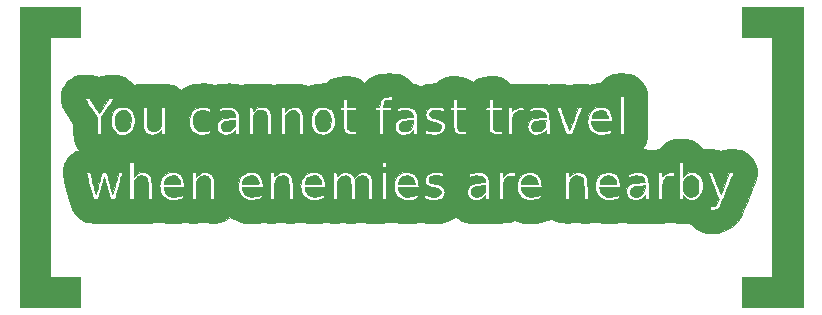
<source format=gbr>
G04 #@! TF.GenerationSoftware,KiCad,Pcbnew,(5.1.4)-1*
G04 #@! TF.CreationDate,2020-02-13T00:02:55-05:00*
G04 #@! TF.ProjectId,enemies,656e656d-6965-4732-9e6b-696361645f70,rev?*
G04 #@! TF.SameCoordinates,Original*
G04 #@! TF.FileFunction,Legend,Top*
G04 #@! TF.FilePolarity,Positive*
%FSLAX46Y46*%
G04 Gerber Fmt 4.6, Leading zero omitted, Abs format (unit mm)*
G04 Created by KiCad (PCBNEW (5.1.4)-1) date 2020-02-13 00:02:55*
%MOMM*%
%LPD*%
G04 APERTURE LIST*
%ADD10C,0.120000*%
%ADD11C,0.010000*%
G04 APERTURE END LIST*
D10*
X103960000Y-101747500D02*
X103960000Y-99062500D01*
X102040000Y-101747500D02*
X103960000Y-101747500D01*
X102040000Y-99062500D02*
X102040000Y-101747500D01*
X166040000Y-98252500D02*
X166040000Y-100937500D01*
X167960000Y-98252500D02*
X166040000Y-98252500D01*
X167960000Y-100937500D02*
X167960000Y-98252500D01*
X166040000Y-108815000D02*
X166040000Y-111500000D01*
X167960000Y-108815000D02*
X166040000Y-108815000D01*
X167960000Y-111500000D02*
X167960000Y-108815000D01*
X103960000Y-90685000D02*
X103960000Y-88000000D01*
X102040000Y-90685000D02*
X103960000Y-90685000D01*
X102040000Y-88000000D02*
X102040000Y-90685000D01*
X103960000Y-112185000D02*
X103960000Y-109500000D01*
X102040000Y-112185000D02*
X103960000Y-112185000D01*
X102040000Y-109500000D02*
X102040000Y-112185000D01*
X166040000Y-87315000D02*
X166040000Y-90000000D01*
X167960000Y-87315000D02*
X166040000Y-87315000D01*
X167960000Y-90000000D02*
X167960000Y-87315000D01*
D11*
G36*
X106852334Y-89628333D02*
G01*
X104312334Y-89628333D01*
X104312334Y-109906000D01*
X106852334Y-109906000D01*
X106852334Y-112488333D01*
X101730000Y-112488333D01*
X101730000Y-87046000D01*
X106852334Y-87046000D01*
X106852334Y-89628333D01*
X106852334Y-89628333D01*
G37*
X106852334Y-89628333D02*
X104312334Y-89628333D01*
X104312334Y-109906000D01*
X106852334Y-109906000D01*
X106852334Y-112488333D01*
X101730000Y-112488333D01*
X101730000Y-87046000D01*
X106852334Y-87046000D01*
X106852334Y-89628333D01*
G36*
X168024000Y-112488333D02*
G01*
X162900425Y-112488333D01*
X162911629Y-111207750D01*
X162922834Y-109927166D01*
X164182250Y-109915953D01*
X165441667Y-109904740D01*
X165441667Y-89628333D01*
X162901667Y-89628333D01*
X162901667Y-87046000D01*
X168024000Y-87046000D01*
X168024000Y-112488333D01*
X168024000Y-112488333D01*
G37*
X168024000Y-112488333D02*
X162900425Y-112488333D01*
X162911629Y-111207750D01*
X162922834Y-109927166D01*
X164182250Y-109915953D01*
X165441667Y-109904740D01*
X165441667Y-89628333D01*
X162901667Y-89628333D01*
X162901667Y-87046000D01*
X168024000Y-87046000D01*
X168024000Y-112488333D01*
G36*
X133447502Y-92692591D02*
G01*
X133792439Y-92745182D01*
X134088191Y-92839833D01*
X134349633Y-92982271D01*
X134591643Y-93178224D01*
X134740695Y-93331581D01*
X134886918Y-93475880D01*
X135011840Y-93556638D01*
X135088667Y-93580594D01*
X135219107Y-93610146D01*
X135379690Y-93653407D01*
X135452516Y-93675142D01*
X135570753Y-93708538D01*
X135663517Y-93719842D01*
X135762417Y-93707575D01*
X135899065Y-93670258D01*
X135960516Y-93651360D01*
X136152203Y-93603158D01*
X136381061Y-93561871D01*
X136599607Y-93535969D01*
X136612667Y-93534995D01*
X136792973Y-93519746D01*
X136915576Y-93498981D01*
X137007363Y-93463622D01*
X137095222Y-93404591D01*
X137163000Y-93349194D01*
X137476721Y-93140603D01*
X137843025Y-92997986D01*
X138221039Y-92925884D01*
X138665852Y-92905875D01*
X139084401Y-92945554D01*
X139464909Y-93042411D01*
X139795601Y-93193935D01*
X139943424Y-93293085D01*
X140081586Y-93398467D01*
X140305043Y-93250285D01*
X140660989Y-93064917D01*
X141063231Y-92949721D01*
X141510271Y-92904985D01*
X141984453Y-92929086D01*
X142372820Y-93009537D01*
X142721972Y-93153432D01*
X143018801Y-93355161D01*
X143054937Y-93387241D01*
X143237834Y-93555052D01*
X144652406Y-93539722D01*
X145066816Y-93536025D01*
X145405872Y-93534965D01*
X145678851Y-93536791D01*
X145895031Y-93541753D01*
X146063691Y-93550098D01*
X146194109Y-93562077D01*
X146295563Y-93577937D01*
X146326742Y-93584635D01*
X146546579Y-93620452D01*
X146722900Y-93612445D01*
X146753670Y-93606116D01*
X146926801Y-93581085D01*
X147154839Y-93568778D01*
X147409061Y-93568687D01*
X147660749Y-93580306D01*
X147881180Y-93603129D01*
X148012700Y-93628319D01*
X148162076Y-93661824D01*
X148282327Y-93669624D01*
X148415759Y-93651774D01*
X148519011Y-93628945D01*
X148700700Y-93598825D01*
X148931624Y-93578608D01*
X149184510Y-93568833D01*
X149432086Y-93570041D01*
X149647079Y-93582773D01*
X149787099Y-93603808D01*
X149985309Y-93615954D01*
X150210432Y-93583118D01*
X150392431Y-93551264D01*
X150578407Y-93529868D01*
X150683163Y-93524487D01*
X150802586Y-93518380D01*
X150887501Y-93491756D01*
X150967717Y-93428992D01*
X151063811Y-93324964D01*
X151316121Y-93090089D01*
X151615496Y-92894900D01*
X151931280Y-92758659D01*
X151995011Y-92739827D01*
X152140713Y-92706902D01*
X152297444Y-92686982D01*
X152487109Y-92678573D01*
X152731615Y-92680183D01*
X152832422Y-92682786D01*
X153064335Y-92690510D01*
X153233315Y-92700663D01*
X153361081Y-92717442D01*
X153469347Y-92745041D01*
X153579831Y-92787657D01*
X153714250Y-92849484D01*
X153727307Y-92855680D01*
X154071490Y-93063455D01*
X154363219Y-93330756D01*
X154594380Y-93647413D01*
X154756859Y-94003257D01*
X154815647Y-94219798D01*
X154828853Y-94327717D01*
X154839158Y-94511259D01*
X154846587Y-94772037D01*
X154851166Y-95111660D01*
X154852921Y-95531739D01*
X154851877Y-96033885D01*
X154849975Y-96366923D01*
X154846754Y-96820666D01*
X154843585Y-97197900D01*
X154840064Y-97506781D01*
X154835789Y-97755464D01*
X154830354Y-97952105D01*
X154823358Y-98104861D01*
X154814395Y-98221887D01*
X154803062Y-98311339D01*
X154788956Y-98381374D01*
X154771673Y-98440147D01*
X154750808Y-98495815D01*
X154743728Y-98513280D01*
X154670607Y-98674112D01*
X154587864Y-98830581D01*
X154546667Y-98898110D01*
X154442736Y-99055161D01*
X154703452Y-99110801D01*
X154863038Y-99141053D01*
X155006835Y-99157011D01*
X155160791Y-99159240D01*
X155350851Y-99148308D01*
X155556834Y-99129422D01*
X155853167Y-99099900D01*
X156099565Y-98831122D01*
X156390640Y-98573103D01*
X156731349Y-98372134D01*
X157099907Y-98240290D01*
X157207834Y-98216903D01*
X157437198Y-98191436D01*
X157709518Y-98186987D01*
X157995457Y-98201746D01*
X158265677Y-98233901D01*
X158490842Y-98281642D01*
X158547726Y-98299611D01*
X158874691Y-98446932D01*
X159163139Y-98640316D01*
X159393826Y-98866033D01*
X159455345Y-98947214D01*
X159568848Y-99111000D01*
X160127863Y-99111000D01*
X160433607Y-99117004D01*
X160679566Y-99134446D01*
X160854827Y-99162470D01*
X160884105Y-99170356D01*
X161025369Y-99204501D01*
X161141503Y-99203894D01*
X161278562Y-99170356D01*
X161461473Y-99134326D01*
X161702496Y-99113529D01*
X161976538Y-99107548D01*
X162258501Y-99115967D01*
X162523291Y-99138368D01*
X162745813Y-99174336D01*
X162829665Y-99196119D01*
X163175066Y-99345326D01*
X163479830Y-99560963D01*
X163736990Y-99831773D01*
X163939579Y-100146501D01*
X164080632Y-100493892D01*
X164153182Y-100862691D01*
X164150261Y-101241644D01*
X164140578Y-101314002D01*
X164113657Y-101422352D01*
X164057854Y-101597564D01*
X163977519Y-101828630D01*
X163877004Y-102104541D01*
X163760661Y-102414288D01*
X163632841Y-102746864D01*
X163497896Y-103091259D01*
X163360176Y-103436464D01*
X163224035Y-103771471D01*
X163093823Y-104085272D01*
X162973892Y-104366857D01*
X162868593Y-104605219D01*
X162782278Y-104789348D01*
X162720861Y-104905633D01*
X162447082Y-105285491D01*
X162116824Y-105608137D01*
X161739135Y-105866949D01*
X161323063Y-106055308D01*
X161039000Y-106136230D01*
X160892581Y-106157099D01*
X160691432Y-106170213D01*
X160457827Y-106175806D01*
X160214041Y-106174115D01*
X159982348Y-106165375D01*
X159785024Y-106149822D01*
X159644343Y-106127692D01*
X159620834Y-106121223D01*
X159246047Y-105960404D01*
X158910659Y-105732405D01*
X158780330Y-105613489D01*
X158687280Y-105523949D01*
X158602305Y-105456503D01*
X158511237Y-105407487D01*
X158399909Y-105373235D01*
X158254155Y-105350082D01*
X158059807Y-105334362D01*
X157802698Y-105322411D01*
X157631167Y-105316177D01*
X157426857Y-105304693D01*
X157233224Y-105286275D01*
X157079904Y-105264049D01*
X157027917Y-105252565D01*
X156856897Y-105225020D01*
X156689483Y-105247944D01*
X156668084Y-105253679D01*
X156570480Y-105269480D01*
X156398923Y-105284811D01*
X156164127Y-105299081D01*
X155876806Y-105311698D01*
X155547673Y-105322071D01*
X155345167Y-105326757D01*
X154877312Y-105335888D01*
X154485753Y-105342557D01*
X154162147Y-105346577D01*
X153898152Y-105347762D01*
X153685429Y-105345922D01*
X153515635Y-105340872D01*
X153380429Y-105332424D01*
X153271470Y-105320389D01*
X153180417Y-105304581D01*
X153098927Y-105284812D01*
X153066428Y-105275543D01*
X152936108Y-105239870D01*
X152834747Y-105224644D01*
X152730960Y-105230051D01*
X152593361Y-105256279D01*
X152494928Y-105278934D01*
X152238498Y-105322370D01*
X151933783Y-105347841D01*
X151607545Y-105355387D01*
X151286545Y-105345047D01*
X150997544Y-105316862D01*
X150787407Y-105276399D01*
X150621063Y-105237064D01*
X150501029Y-105224210D01*
X150393728Y-105236276D01*
X150321740Y-105254756D01*
X150201266Y-105276293D01*
X150024063Y-105291754D01*
X149811369Y-105301047D01*
X149584425Y-105304078D01*
X149364470Y-105300755D01*
X149172744Y-105290984D01*
X149030487Y-105274673D01*
X148974930Y-105260648D01*
X148817553Y-105243133D01*
X148720930Y-105263059D01*
X148617979Y-105280963D01*
X148454638Y-105295455D01*
X148255164Y-105304841D01*
X148085000Y-105307534D01*
X147705285Y-105292318D01*
X147387167Y-105243298D01*
X147113149Y-105156884D01*
X146937919Y-105072060D01*
X146785670Y-104987051D01*
X146408752Y-105116291D01*
X145863860Y-105268581D01*
X145325369Y-105351751D01*
X144803385Y-105365587D01*
X144308013Y-105309875D01*
X143849356Y-105184402D01*
X143814171Y-105171198D01*
X143676816Y-105123021D01*
X143586757Y-105107764D01*
X143514453Y-105122788D01*
X143475505Y-105140946D01*
X143374252Y-105187468D01*
X143262492Y-105224920D01*
X143129351Y-105254537D01*
X142963957Y-105277557D01*
X142755437Y-105295215D01*
X142492918Y-105308747D01*
X142165528Y-105319391D01*
X141840834Y-105326834D01*
X141378993Y-105335850D01*
X140993201Y-105342460D01*
X140674867Y-105346476D01*
X140415401Y-105347708D01*
X140206214Y-105345969D01*
X140038715Y-105341069D01*
X139904316Y-105332820D01*
X139794426Y-105321035D01*
X139700456Y-105305523D01*
X139613815Y-105286096D01*
X139579277Y-105277185D01*
X139396242Y-105218707D01*
X139194028Y-105138614D01*
X138997888Y-105048483D01*
X138833075Y-104959895D01*
X138726990Y-104886363D01*
X138687172Y-104863953D01*
X138630692Y-104865216D01*
X138541768Y-104894820D01*
X138404620Y-104957436D01*
X138282490Y-105017873D01*
X138082151Y-105111223D01*
X137872136Y-105197381D01*
X137687427Y-105262362D01*
X137628667Y-105279241D01*
X137426819Y-105315501D01*
X137166215Y-105339161D01*
X136871837Y-105350114D01*
X136568670Y-105348250D01*
X136281696Y-105333461D01*
X136035899Y-105305638D01*
X135935334Y-105286597D01*
X135768592Y-105253607D01*
X135642307Y-105245711D01*
X135516142Y-105262685D01*
X135427334Y-105283784D01*
X135228033Y-105318782D01*
X134970036Y-105340825D01*
X134678295Y-105350044D01*
X134377763Y-105346570D01*
X134093391Y-105330533D01*
X133850133Y-105302066D01*
X133717662Y-105274808D01*
X133550178Y-105234368D01*
X133431386Y-105219865D01*
X133329936Y-105229640D01*
X133251995Y-105250179D01*
X133148511Y-105268445D01*
X132975975Y-105284171D01*
X132749972Y-105297106D01*
X132486084Y-105307000D01*
X132199897Y-105313602D01*
X131906994Y-105316662D01*
X131622960Y-105315930D01*
X131363377Y-105311154D01*
X131143830Y-105302085D01*
X130979904Y-105288471D01*
X130967520Y-105286897D01*
X130610815Y-105271247D01*
X130304013Y-105296342D01*
X129983309Y-105322237D01*
X129669830Y-105311612D01*
X129547138Y-105298918D01*
X129198999Y-105274948D01*
X128860178Y-105291653D01*
X128786548Y-105300039D01*
X128466325Y-105324739D01*
X128163841Y-105312992D01*
X128051001Y-105300234D01*
X127837687Y-105278788D01*
X127650480Y-105277110D01*
X127448427Y-105296243D01*
X127294931Y-105319474D01*
X126900640Y-105359925D01*
X126485600Y-105359593D01*
X126085265Y-105319754D01*
X125823003Y-105266540D01*
X125644801Y-105227967D01*
X125512727Y-105220583D01*
X125399670Y-105241106D01*
X125168312Y-105287931D01*
X124887555Y-105314293D01*
X124590530Y-105318624D01*
X124310367Y-105299358D01*
X124272500Y-105294427D01*
X124029724Y-105270872D01*
X123788802Y-105272295D01*
X123524709Y-105296684D01*
X123229820Y-105322392D01*
X122968011Y-105320453D01*
X122758307Y-105300102D01*
X122545189Y-105278728D01*
X122357768Y-105277167D01*
X122155124Y-105296467D01*
X122003265Y-105319474D01*
X121456628Y-105369767D01*
X120923007Y-105339953D01*
X120409563Y-105231040D01*
X119923455Y-105044038D01*
X119872947Y-105019240D01*
X119522460Y-104843338D01*
X119316485Y-104982461D01*
X119000956Y-105148688D01*
X118633499Y-105261447D01*
X118230138Y-105317776D01*
X117806898Y-105314714D01*
X117626167Y-105294878D01*
X117386730Y-105271118D01*
X117150464Y-105271820D01*
X116878376Y-105296684D01*
X116583486Y-105322392D01*
X116321678Y-105320453D01*
X116111974Y-105300102D01*
X115898856Y-105278728D01*
X115711434Y-105277167D01*
X115508791Y-105296467D01*
X115356931Y-105319474D01*
X114988397Y-105358558D01*
X114599964Y-105362111D01*
X114224586Y-105331281D01*
X113900834Y-105268733D01*
X113735319Y-105231044D01*
X113605141Y-105223059D01*
X113466940Y-105243240D01*
X113428277Y-105251983D01*
X113280276Y-105276299D01*
X113084834Y-105294430D01*
X112879127Y-105303147D01*
X112835610Y-105303481D01*
X112625642Y-105303357D01*
X112371240Y-105302972D01*
X112112634Y-105302395D01*
X111985250Y-105302027D01*
X111750663Y-105301377D01*
X111507722Y-105300866D01*
X111292247Y-105300563D01*
X111191500Y-105300509D01*
X110792246Y-105300535D01*
X110461398Y-105300635D01*
X110182694Y-105300842D01*
X109939874Y-105301192D01*
X109716675Y-105301716D01*
X109496838Y-105302451D01*
X109264101Y-105303428D01*
X109002202Y-105304682D01*
X108873750Y-105305329D01*
X108500461Y-105306363D01*
X108200388Y-105304816D01*
X107962100Y-105300030D01*
X107774168Y-105291345D01*
X107625163Y-105278102D01*
X107503655Y-105259644D01*
X107398213Y-105235311D01*
X107334757Y-105216626D01*
X107001896Y-105072787D01*
X106694984Y-104865877D01*
X106431046Y-104610676D01*
X106227109Y-104321962D01*
X106167508Y-104203459D01*
X106126823Y-104093419D01*
X106070468Y-103914189D01*
X106001830Y-103678910D01*
X105924293Y-103400726D01*
X105841243Y-103092782D01*
X105756067Y-102768220D01*
X105672150Y-102440184D01*
X105592876Y-102121818D01*
X105521633Y-101826264D01*
X105461804Y-101566667D01*
X105416777Y-101356169D01*
X105389937Y-101207915D01*
X105384623Y-101164166D01*
X105387022Y-101074767D01*
X107360334Y-101074767D01*
X107370590Y-101118453D01*
X107399073Y-101230911D01*
X107442359Y-101399064D01*
X107497021Y-101609835D01*
X107559632Y-101850145D01*
X107626767Y-102106916D01*
X107694999Y-102367071D01*
X107760903Y-102617532D01*
X107821052Y-102845221D01*
X107872020Y-103037059D01*
X107910381Y-103179970D01*
X107932709Y-103260876D01*
X107935500Y-103270250D01*
X107972229Y-103317890D01*
X108056910Y-103340191D01*
X108161689Y-103344333D01*
X108364672Y-103344333D01*
X108613799Y-102393829D01*
X108685330Y-102126502D01*
X108751221Y-101890780D01*
X108808181Y-101697603D01*
X108852915Y-101557916D01*
X108882130Y-101482659D01*
X108890936Y-101473079D01*
X108909470Y-101521360D01*
X108945117Y-101639070D01*
X108994323Y-101813535D01*
X109053535Y-102032076D01*
X109119200Y-102282019D01*
X109136613Y-102349500D01*
X109203417Y-102608830D01*
X109264083Y-102843360D01*
X109315090Y-103039556D01*
X109352918Y-103183886D01*
X109374047Y-103262818D01*
X109376160Y-103270250D01*
X109410900Y-103317293D01*
X109492421Y-103339695D01*
X109605221Y-103344333D01*
X109729828Y-103340953D01*
X109796409Y-103319476D01*
X109831598Y-103262894D01*
X109853829Y-103185583D01*
X109876599Y-103098250D01*
X109916931Y-102943484D01*
X109971048Y-102735786D01*
X110035170Y-102489655D01*
X110105521Y-102219593D01*
X110132331Y-102116666D01*
X110202458Y-101847944D01*
X110266392Y-101603911D01*
X110320723Y-101397502D01*
X110362042Y-101241654D01*
X110386939Y-101149303D01*
X110391723Y-101132416D01*
X110392684Y-101084601D01*
X110344673Y-101063001D01*
X110243485Y-101058333D01*
X110132286Y-101064525D01*
X110074950Y-101098431D01*
X110040804Y-101183043D01*
X110031706Y-101217083D01*
X109932714Y-101596583D01*
X109841983Y-101941074D01*
X109761596Y-102242857D01*
X109693637Y-102494233D01*
X109640189Y-102687504D01*
X109603335Y-102814972D01*
X109585158Y-102868938D01*
X109584405Y-102870039D01*
X109564299Y-102844935D01*
X109534798Y-102761365D01*
X109524457Y-102724189D01*
X109499591Y-102629818D01*
X109457570Y-102470771D01*
X109402934Y-102264214D01*
X109340223Y-102027311D01*
X109288841Y-101833327D01*
X109226693Y-101597496D01*
X109172872Y-101390854D01*
X109130857Y-101226949D01*
X109104124Y-101119328D01*
X109096000Y-101081910D01*
X109057919Y-101068412D01*
X108960630Y-101059881D01*
X108885965Y-101058333D01*
X108760315Y-101061581D01*
X108692894Y-101082427D01*
X108657270Y-101137526D01*
X108634002Y-101217083D01*
X108609641Y-101309631D01*
X108568253Y-101467197D01*
X108514269Y-101672896D01*
X108452122Y-101909842D01*
X108398574Y-102114102D01*
X108335704Y-102351379D01*
X108279412Y-102558947D01*
X108233423Y-102723466D01*
X108201460Y-102831595D01*
X108187652Y-102869792D01*
X108167395Y-102844849D01*
X108137812Y-102761383D01*
X108127457Y-102724189D01*
X108102591Y-102629818D01*
X108060570Y-102470771D01*
X108005934Y-102264214D01*
X107943223Y-102027311D01*
X107891841Y-101833327D01*
X107829693Y-101597496D01*
X107775872Y-101390854D01*
X107733857Y-101226949D01*
X107707124Y-101119328D01*
X107699000Y-101081910D01*
X107661407Y-101067139D01*
X107567505Y-101058930D01*
X107529667Y-101058333D01*
X107423573Y-101061982D01*
X107364617Y-101071098D01*
X107360334Y-101074767D01*
X105387022Y-101074767D01*
X105394767Y-100786293D01*
X105483390Y-100411856D01*
X105593827Y-100169333D01*
X111001000Y-100169333D01*
X111001000Y-103344333D01*
X111382000Y-103344333D01*
X111382158Y-102550583D01*
X111384134Y-102235555D01*
X111392110Y-101992774D01*
X111409373Y-101809863D01*
X111439209Y-101674446D01*
X111484905Y-101574147D01*
X111549746Y-101496588D01*
X111637020Y-101429395D01*
X111688530Y-101396771D01*
X111841999Y-101336841D01*
X112024943Y-101312882D01*
X112203239Y-101325687D01*
X112342767Y-101376050D01*
X112350719Y-101381365D01*
X112420802Y-101440439D01*
X112474265Y-101514479D01*
X112513252Y-101614939D01*
X112539908Y-101753274D01*
X112556375Y-101940937D01*
X112564799Y-102189383D01*
X112567322Y-102510066D01*
X112567334Y-102538640D01*
X112567334Y-103344333D01*
X112906000Y-103344333D01*
X112905070Y-102487083D01*
X112903909Y-102201333D01*
X113568010Y-102201333D01*
X113574773Y-102384054D01*
X113594290Y-102557336D01*
X113622184Y-102683116D01*
X113726734Y-102882699D01*
X113891556Y-103073800D01*
X114093723Y-103232239D01*
X114197167Y-103289527D01*
X114308485Y-103337888D01*
X114411117Y-103366340D01*
X114531371Y-103378490D01*
X114695556Y-103377945D01*
X114811000Y-103373673D01*
X115009856Y-103359658D01*
X115197007Y-103336847D01*
X115342175Y-103309273D01*
X115382500Y-103297538D01*
X115491937Y-103251002D01*
X115543936Y-103193872D01*
X115563580Y-103096614D01*
X115564783Y-103082917D01*
X115577733Y-102927335D01*
X115353117Y-103014672D01*
X115131189Y-103075954D01*
X114882802Y-103104830D01*
X114637272Y-103100889D01*
X114423915Y-103063720D01*
X114330972Y-103028998D01*
X114155593Y-102899775D01*
X114021268Y-102712189D01*
X113943547Y-102488613D01*
X113939610Y-102465916D01*
X113911179Y-102286000D01*
X115669043Y-102286000D01*
X115648531Y-102000250D01*
X115592239Y-101691188D01*
X115474892Y-101433272D01*
X115302132Y-101232233D01*
X115079602Y-101093803D01*
X114944653Y-101058333D01*
X116292667Y-101058333D01*
X116292667Y-103344333D01*
X116673667Y-103344333D01*
X116673825Y-102550583D01*
X116675801Y-102235555D01*
X116683777Y-101992774D01*
X116701040Y-101809863D01*
X116730876Y-101674446D01*
X116776572Y-101574147D01*
X116841413Y-101496588D01*
X116928687Y-101429395D01*
X116980197Y-101396771D01*
X117133665Y-101336841D01*
X117316609Y-101312882D01*
X117494906Y-101325687D01*
X117634433Y-101376050D01*
X117642386Y-101381365D01*
X117712469Y-101440439D01*
X117765932Y-101514479D01*
X117804919Y-101614939D01*
X117831574Y-101753274D01*
X117848042Y-101940937D01*
X117856465Y-102189383D01*
X117858989Y-102510066D01*
X117859000Y-102538640D01*
X117859000Y-103344333D01*
X118197667Y-103344333D01*
X118196737Y-102487083D01*
X118195919Y-102285646D01*
X120211868Y-102285646D01*
X120239087Y-102546681D01*
X120286037Y-102718736D01*
X120380163Y-102887190D01*
X120523975Y-103058412D01*
X120692718Y-103208203D01*
X120861635Y-103312358D01*
X120914305Y-103332947D01*
X121082960Y-103365496D01*
X121303019Y-103378709D01*
X121543626Y-103373298D01*
X121773926Y-103349972D01*
X121963062Y-103309442D01*
X121965334Y-103308737D01*
X122097198Y-103264068D01*
X122168350Y-103222852D01*
X122199602Y-103165697D01*
X122211239Y-103079610D01*
X122224311Y-102923240D01*
X122081072Y-102983089D01*
X121962459Y-103022190D01*
X121799025Y-103063301D01*
X121655548Y-103092096D01*
X121365267Y-103114277D01*
X121104248Y-103078452D01*
X120889103Y-102987471D01*
X120838673Y-102951972D01*
X120729887Y-102829400D01*
X120636993Y-102661350D01*
X120579169Y-102486945D01*
X120569263Y-102402416D01*
X120568334Y-102286000D01*
X122304000Y-102286000D01*
X122304000Y-102103183D01*
X122267855Y-101789419D01*
X122165113Y-101519916D01*
X122004316Y-101301129D01*
X121794006Y-101139511D01*
X121585854Y-101058333D01*
X122939000Y-101058333D01*
X122939000Y-103344333D01*
X123268384Y-103344333D01*
X123285423Y-102571750D01*
X123293688Y-102268011D01*
X123305433Y-102035353D01*
X123323832Y-101860189D01*
X123352059Y-101728932D01*
X123393290Y-101627996D01*
X123450699Y-101543796D01*
X123527459Y-101462744D01*
X123549391Y-101441992D01*
X123674282Y-101370779D01*
X123846318Y-101327852D01*
X124031610Y-101316972D01*
X124196266Y-101341902D01*
X124251334Y-101364070D01*
X124332291Y-101416112D01*
X124394349Y-101484314D01*
X124439908Y-101579692D01*
X124471369Y-101713261D01*
X124491133Y-101896039D01*
X124501600Y-102139041D01*
X124505170Y-102453285D01*
X124505268Y-102529416D01*
X124505334Y-103344333D01*
X124844000Y-103344333D01*
X124843764Y-102529416D01*
X124841440Y-102263839D01*
X124840354Y-102221444D01*
X125504322Y-102221444D01*
X125515761Y-102463206D01*
X125553892Y-102664107D01*
X125560033Y-102683116D01*
X125665281Y-102883660D01*
X125830618Y-103074584D01*
X126032773Y-103231451D01*
X126135167Y-103287062D01*
X126350647Y-103353860D01*
X126614167Y-103384083D01*
X126897144Y-103377177D01*
X127170998Y-103332592D01*
X127257000Y-103308737D01*
X127388936Y-103263983D01*
X127460115Y-103222680D01*
X127491351Y-103165598D01*
X127502783Y-103081657D01*
X127515733Y-102927335D01*
X127312283Y-103003577D01*
X126996577Y-103090778D01*
X126692997Y-103115318D01*
X126416249Y-103077837D01*
X126181036Y-102978977D01*
X126141205Y-102952561D01*
X126027901Y-102834184D01*
X125931730Y-102668459D01*
X125871696Y-102492685D01*
X125860930Y-102402416D01*
X125860000Y-102286000D01*
X127607947Y-102286000D01*
X127583418Y-101993425D01*
X127523834Y-101681103D01*
X127404899Y-101423007D01*
X127231379Y-101223958D01*
X127008036Y-101088778D01*
X126885140Y-101058333D01*
X128230667Y-101058333D01*
X128230667Y-103344333D01*
X128558990Y-103344333D01*
X128577438Y-102571750D01*
X128586299Y-102267412D01*
X128598541Y-102034196D01*
X128617324Y-101858558D01*
X128645809Y-101726952D01*
X128687157Y-101625834D01*
X128744527Y-101541659D01*
X128821081Y-101460882D01*
X128841058Y-101441992D01*
X128938694Y-101374184D01*
X129067620Y-101335963D01*
X129201963Y-101320701D01*
X129349326Y-101314415D01*
X129442804Y-101327117D01*
X129512374Y-101366152D01*
X129557734Y-101407884D01*
X129623210Y-101487150D01*
X129672919Y-101584838D01*
X129708834Y-101712842D01*
X129732930Y-101883056D01*
X129747181Y-102107372D01*
X129753561Y-102397685D01*
X129754431Y-102592916D01*
X129754667Y-103344333D01*
X130086860Y-103344333D01*
X130100680Y-102527406D01*
X130107278Y-102216136D01*
X130117363Y-101977246D01*
X130134208Y-101798449D01*
X130161091Y-101667460D01*
X130201287Y-101571991D01*
X130258071Y-101499757D01*
X130334719Y-101438471D01*
X130402550Y-101395137D01*
X130558874Y-101334466D01*
X130740434Y-101313957D01*
X130912141Y-101334392D01*
X131019719Y-101381365D01*
X131089802Y-101440439D01*
X131143265Y-101514479D01*
X131182252Y-101614939D01*
X131208908Y-101753274D01*
X131225375Y-101940937D01*
X131233799Y-102189383D01*
X131236322Y-102510066D01*
X131236334Y-102538640D01*
X131236334Y-103344333D01*
X131575000Y-103344333D01*
X131575000Y-102484811D01*
X131574645Y-102193438D01*
X131572645Y-101972981D01*
X131567596Y-101809690D01*
X131558095Y-101689814D01*
X131542738Y-101599603D01*
X131520121Y-101525306D01*
X131488841Y-101453174D01*
X131464664Y-101403875D01*
X131326589Y-101209110D01*
X131147898Y-101080388D01*
X131074672Y-101058333D01*
X132379334Y-101058333D01*
X132379334Y-103344333D01*
X132718000Y-103344333D01*
X132718000Y-102222500D01*
X133417236Y-102222500D01*
X133420588Y-102415855D01*
X133433624Y-102553076D01*
X133462154Y-102662605D01*
X133511986Y-102772886D01*
X133540480Y-102825933D01*
X133718375Y-103071653D01*
X133944407Y-103248376D01*
X134104565Y-103322451D01*
X134274449Y-103360978D01*
X134496315Y-103378449D01*
X134740238Y-103375246D01*
X134976291Y-103351753D01*
X135173334Y-103308737D01*
X135305106Y-103264180D01*
X135376224Y-103223076D01*
X135407499Y-103165812D01*
X135417815Y-103088701D01*
X135977667Y-103088701D01*
X135983030Y-103194410D01*
X136014335Y-103251017D01*
X136094407Y-103285664D01*
X136157584Y-103302648D01*
X136277708Y-103335032D01*
X136363766Y-103360934D01*
X136379834Y-103366801D01*
X136438341Y-103373500D01*
X136560454Y-103376703D01*
X136725171Y-103376071D01*
X136825374Y-103373991D01*
X137041099Y-103363804D01*
X137194406Y-103344182D01*
X137307360Y-103311250D01*
X137375563Y-103277431D01*
X137557770Y-103127964D01*
X137673160Y-102937383D01*
X137696465Y-102811386D01*
X139587807Y-102811386D01*
X139655637Y-103023146D01*
X139787570Y-103200080D01*
X139978167Y-103326907D01*
X140119936Y-103364596D01*
X140306732Y-103382233D01*
X140501144Y-103379051D01*
X140665757Y-103354283D01*
X140705661Y-103341812D01*
X140806737Y-103285454D01*
X140927602Y-103193498D01*
X140983584Y-103142721D01*
X141142334Y-102988483D01*
X141142334Y-103344333D01*
X141481000Y-103344333D01*
X141481000Y-102547541D01*
X141478115Y-102203694D01*
X141467770Y-101932339D01*
X141447426Y-101721445D01*
X141414548Y-101558978D01*
X141366597Y-101432907D01*
X141301038Y-101331201D01*
X141215333Y-101241828D01*
X141203445Y-101231247D01*
X140990047Y-101099284D01*
X140836001Y-101058333D01*
X142327667Y-101058333D01*
X142327667Y-103344333D01*
X142666334Y-103344333D01*
X142666334Y-102591303D01*
X142667065Y-102317431D01*
X142667681Y-102278009D01*
X143815494Y-102278009D01*
X143819838Y-102349602D01*
X143881263Y-102656692D01*
X144009062Y-102921784D01*
X144196802Y-103135857D01*
X144438053Y-103289888D01*
X144511674Y-103320065D01*
X144687036Y-103360149D01*
X144913800Y-103378348D01*
X145161670Y-103374980D01*
X145400344Y-103350365D01*
X145587334Y-103308737D01*
X145719241Y-103264017D01*
X145790409Y-103222749D01*
X145821651Y-103165639D01*
X145833165Y-103080845D01*
X145846164Y-102925710D01*
X145600332Y-103013957D01*
X145383911Y-103071317D01*
X145145988Y-103101657D01*
X144912851Y-103104421D01*
X144710788Y-103079052D01*
X144584105Y-103035488D01*
X144406509Y-102896533D01*
X144270731Y-102701364D01*
X144195735Y-102483004D01*
X144158931Y-102286000D01*
X145937692Y-102286000D01*
X145908829Y-102000250D01*
X145844454Y-101677466D01*
X145724053Y-101417118D01*
X145549612Y-101220942D01*
X145323116Y-101090673D01*
X145180302Y-101058333D01*
X147915667Y-101058333D01*
X147915667Y-103344333D01*
X148254334Y-103344333D01*
X148254334Y-102591303D01*
X148255065Y-102317431D01*
X148258257Y-102113396D01*
X148265411Y-101964374D01*
X148278025Y-101855539D01*
X148297597Y-101772067D01*
X148325628Y-101699135D01*
X148349584Y-101649386D01*
X148479385Y-101479646D01*
X148658999Y-101363881D01*
X148867898Y-101308941D01*
X149085554Y-101321677D01*
X149208016Y-101362908D01*
X149287178Y-101406955D01*
X149348270Y-101465240D01*
X149393837Y-101548685D01*
X149426419Y-101668215D01*
X149448561Y-101834756D01*
X149462804Y-102059232D01*
X149471692Y-102352568D01*
X149474594Y-102508250D01*
X149488355Y-103344333D01*
X149828066Y-103344333D01*
X149813228Y-102465916D01*
X149809553Y-102271578D01*
X150458661Y-102271578D01*
X150470551Y-102426586D01*
X150544312Y-102718871D01*
X150686806Y-102973099D01*
X150889080Y-103177566D01*
X151142180Y-103320567D01*
X151159564Y-103327227D01*
X151299932Y-103357544D01*
X151496501Y-103371962D01*
X151722477Y-103371316D01*
X151951064Y-103356442D01*
X152155468Y-103328173D01*
X152297167Y-103291768D01*
X152406382Y-103243921D01*
X152458451Y-103185870D01*
X152478448Y-103087209D01*
X152479975Y-103070111D01*
X152483835Y-102967948D01*
X152465727Y-102931335D01*
X152416656Y-102942153D01*
X152416475Y-102942230D01*
X152184130Y-103030642D01*
X151983047Y-103081164D01*
X151773818Y-103102537D01*
X151683334Y-103104840D01*
X151468764Y-103098053D01*
X151308941Y-103066130D01*
X151175383Y-102999477D01*
X151039609Y-102888498D01*
X151038729Y-102887678D01*
X150959423Y-102795045D01*
X153089782Y-102795045D01*
X153152577Y-103008221D01*
X153279633Y-103188066D01*
X153466302Y-103319460D01*
X153482500Y-103326907D01*
X153624269Y-103364596D01*
X153811066Y-103382233D01*
X154005477Y-103379051D01*
X154170090Y-103354283D01*
X154209994Y-103341812D01*
X154311071Y-103285454D01*
X154431935Y-103193498D01*
X154487917Y-103142721D01*
X154646667Y-102988483D01*
X154646667Y-103344333D01*
X154985334Y-103344333D01*
X154985097Y-102571750D01*
X154982925Y-102248182D01*
X154975296Y-101995669D01*
X154960208Y-101800671D01*
X154935660Y-101649645D01*
X154899649Y-101529051D01*
X154850173Y-101425349D01*
X154804974Y-101353369D01*
X154647021Y-101194000D01*
X154430073Y-101084879D01*
X154305544Y-101058333D01*
X155789667Y-101058333D01*
X155789667Y-103344333D01*
X156117831Y-103344333D01*
X156135629Y-102592916D01*
X156143536Y-102310910D01*
X156153047Y-102099266D01*
X156165730Y-101943681D01*
X156183150Y-101829850D01*
X156206872Y-101743471D01*
X156236131Y-101674898D01*
X156346218Y-101502733D01*
X156482056Y-101395845D01*
X156662352Y-101343480D01*
X156829938Y-101333500D01*
X157102000Y-101333500D01*
X157102000Y-101016000D01*
X156903699Y-101016000D01*
X156712565Y-101040957D01*
X156522008Y-101107192D01*
X156361377Y-101201746D01*
X156269437Y-101296005D01*
X156200172Y-101379701D01*
X156154441Y-101382458D01*
X156131503Y-101303915D01*
X156128334Y-101227666D01*
X156124260Y-101119279D01*
X156095745Y-101071117D01*
X156018348Y-101058740D01*
X155959000Y-101058333D01*
X155789667Y-101058333D01*
X154305544Y-101058333D01*
X154164957Y-101028364D01*
X153862504Y-101026817D01*
X153547204Y-101079205D01*
X153249667Y-101152120D01*
X153249667Y-101300255D01*
X153257103Y-101397973D01*
X153285847Y-101428868D01*
X153318617Y-101421932D01*
X153637994Y-101338925D01*
X153993108Y-101316979D01*
X154053798Y-101319511D01*
X154218893Y-101332907D01*
X154327519Y-101356570D01*
X154407871Y-101400075D01*
X154479222Y-101464016D01*
X154582595Y-101607151D01*
X154632324Y-101748348D01*
X154657745Y-101905000D01*
X154340484Y-101905000D01*
X153970344Y-101921777D01*
X153672828Y-101973420D01*
X153442544Y-102061888D01*
X153274104Y-102189147D01*
X153175584Y-102329172D01*
X153095901Y-102563656D01*
X153089782Y-102795045D01*
X150959423Y-102795045D01*
X150954551Y-102789355D01*
X150890705Y-102661320D01*
X150836554Y-102480134D01*
X150818496Y-102402416D01*
X150792720Y-102286000D01*
X152583270Y-102286000D01*
X152554045Y-102021416D01*
X152486543Y-101692337D01*
X152364879Y-101426832D01*
X152190925Y-101226574D01*
X151966551Y-101093237D01*
X151693630Y-101028493D01*
X151442112Y-101027169D01*
X151153196Y-101088545D01*
X150907449Y-101218176D01*
X150709995Y-101408678D01*
X150565961Y-101652669D01*
X150480475Y-101942763D01*
X150458661Y-102271578D01*
X149809553Y-102271578D01*
X149807588Y-102167670D01*
X149801200Y-101940997D01*
X149792717Y-101772804D01*
X149780790Y-101649998D01*
X149764074Y-101559489D01*
X149741219Y-101488183D01*
X149710878Y-101422988D01*
X149704654Y-101411148D01*
X149559483Y-101211708D01*
X149371843Y-101084690D01*
X149135628Y-101026057D01*
X149120207Y-101024661D01*
X148853586Y-101034039D01*
X148625521Y-101113848D01*
X148438194Y-101252353D01*
X148347295Y-101335454D01*
X148284723Y-101387760D01*
X148269579Y-101397000D01*
X148260027Y-101359396D01*
X148254719Y-101265473D01*
X148254334Y-101227666D01*
X148250260Y-101119279D01*
X148221745Y-101071117D01*
X148144348Y-101058740D01*
X148085000Y-101058333D01*
X147915667Y-101058333D01*
X145180302Y-101058333D01*
X145046554Y-101028046D01*
X144795268Y-101027435D01*
X144506115Y-101088616D01*
X144260231Y-101218284D01*
X144062922Y-101409248D01*
X143919493Y-101654317D01*
X143835248Y-101946301D01*
X143815494Y-102278009D01*
X142667681Y-102278009D01*
X142670257Y-102113396D01*
X142677411Y-101964374D01*
X142690025Y-101855539D01*
X142709597Y-101772067D01*
X142737628Y-101699135D01*
X142761584Y-101649386D01*
X142883047Y-101473325D01*
X143040306Y-101366704D01*
X143244350Y-101323941D01*
X143396584Y-101326836D01*
X143640000Y-101346637D01*
X143640000Y-101016000D01*
X143459804Y-101016000D01*
X143204507Y-101041898D01*
X142995198Y-101125475D01*
X142827494Y-101256813D01*
X142666334Y-101414182D01*
X142666334Y-101058333D01*
X142327667Y-101058333D01*
X140836001Y-101058333D01*
X140724077Y-101028580D01*
X140412268Y-101019969D01*
X140061352Y-101074284D01*
X140018617Y-101084646D01*
X139872999Y-101123206D01*
X139791245Y-101156118D01*
X139754928Y-101197654D01*
X139745621Y-101262085D01*
X139745334Y-101296313D01*
X139748987Y-101386918D01*
X139772569Y-101427572D01*
X139835016Y-101424841D01*
X139955262Y-101385292D01*
X139978167Y-101377054D01*
X140157014Y-101334724D01*
X140371165Y-101316131D01*
X140588807Y-101321115D01*
X140778123Y-101349518D01*
X140873217Y-101381541D01*
X141020092Y-101492342D01*
X141115371Y-101648258D01*
X141142334Y-101791069D01*
X141139124Y-101835730D01*
X141119685Y-101865855D01*
X141069302Y-101885365D01*
X140973260Y-101898181D01*
X140816844Y-101908224D01*
X140676943Y-101915068D01*
X140345796Y-101944769D01*
X140086860Y-102001377D01*
X139890861Y-102088813D01*
X139748523Y-102210996D01*
X139663640Y-102343357D01*
X139588877Y-102579792D01*
X139587807Y-102811386D01*
X137696465Y-102811386D01*
X137713334Y-102720187D01*
X137692233Y-102535789D01*
X137623378Y-102385768D01*
X137498441Y-102263008D01*
X137309093Y-102160395D01*
X137047005Y-102070813D01*
X136911164Y-102034848D01*
X136682987Y-101973823D01*
X136526300Y-101918019D01*
X136429074Y-101858757D01*
X136379281Y-101787358D01*
X136364892Y-101695143D01*
X136366938Y-101642157D01*
X136398084Y-101494052D01*
X136472695Y-101392439D01*
X136601271Y-101331095D01*
X136794309Y-101303800D01*
X136942422Y-101301144D01*
X137149161Y-101312755D01*
X137328652Y-101340066D01*
X137430431Y-101369872D01*
X137586334Y-101435013D01*
X137586334Y-101271347D01*
X137582480Y-101174737D01*
X137556871Y-101120795D01*
X137488436Y-101088869D01*
X137372583Y-101061841D01*
X137036245Y-101014342D01*
X136735811Y-101020754D01*
X136478731Y-101078088D01*
X136272452Y-101183357D01*
X136124423Y-101333572D01*
X136042092Y-101525745D01*
X136030373Y-101600274D01*
X136031347Y-101795390D01*
X136080976Y-101953326D01*
X136187004Y-102081478D01*
X136357178Y-102187243D01*
X136599242Y-102278017D01*
X136796592Y-102331938D01*
X137042754Y-102403460D01*
X137213745Y-102480832D01*
X137319054Y-102570943D01*
X137368168Y-102680684D01*
X137374667Y-102751666D01*
X137337623Y-102898816D01*
X137233973Y-103010493D01*
X137074939Y-103084555D01*
X136871744Y-103118865D01*
X136635610Y-103111280D01*
X136377761Y-103059662D01*
X136159139Y-102983456D01*
X136059192Y-102943272D01*
X135998945Y-102922009D01*
X135993664Y-102921000D01*
X135983601Y-102958579D01*
X135978048Y-103052340D01*
X135977667Y-103088701D01*
X135417815Y-103088701D01*
X135419406Y-103076812D01*
X135432644Y-102917644D01*
X135280565Y-102981187D01*
X135074084Y-103047909D01*
X134837168Y-103094776D01*
X134606366Y-103116310D01*
X134429172Y-103108788D01*
X134187243Y-103033134D01*
X133992105Y-102890030D01*
X133851254Y-102687022D01*
X133775519Y-102450877D01*
X133745369Y-102286000D01*
X135524243Y-102286000D01*
X135498026Y-102005244D01*
X135435475Y-101685476D01*
X135314811Y-101424553D01*
X135138959Y-101225355D01*
X134910846Y-101090761D01*
X134633398Y-101023652D01*
X134492958Y-101016236D01*
X134196386Y-101055987D01*
X133929430Y-101170973D01*
X133703850Y-101353664D01*
X133531406Y-101596532D01*
X133505997Y-101648042D01*
X133458081Y-101774066D01*
X133430343Y-101913648D01*
X133418510Y-102094428D01*
X133417236Y-102222500D01*
X132718000Y-102222500D01*
X132718000Y-101058333D01*
X132379334Y-101058333D01*
X131074672Y-101058333D01*
X130941642Y-101018266D01*
X130720868Y-101023298D01*
X130498624Y-101096041D01*
X130287961Y-101237049D01*
X130177308Y-101349066D01*
X130090711Y-101441492D01*
X130029927Y-101489951D01*
X130008940Y-101485662D01*
X129976773Y-101393716D01*
X129895625Y-101280483D01*
X129787525Y-101170789D01*
X129674497Y-101089463D01*
X129644613Y-101075008D01*
X129401061Y-101016662D01*
X129155206Y-101036079D01*
X128926315Y-101129151D01*
X128758679Y-101263957D01*
X128674877Y-101345591D01*
X128613599Y-101392543D01*
X128601221Y-101397000D01*
X128581247Y-101359420D01*
X128570143Y-101265549D01*
X128569334Y-101227666D01*
X128565260Y-101119279D01*
X128536745Y-101071117D01*
X128459348Y-101058740D01*
X128400000Y-101058333D01*
X128230667Y-101058333D01*
X126885140Y-101058333D01*
X126739633Y-101022287D01*
X126617688Y-101016000D01*
X126350572Y-101037692D01*
X126130860Y-101110154D01*
X125931172Y-101244465D01*
X125836490Y-101332065D01*
X125683598Y-101506856D01*
X125589626Y-101674717D01*
X125561323Y-101756833D01*
X125519526Y-101974195D01*
X125504322Y-102221444D01*
X124840354Y-102221444D01*
X124835119Y-102017290D01*
X124825546Y-101806229D01*
X124813465Y-101647116D01*
X124799804Y-101557064D01*
X124697113Y-101332585D01*
X124534168Y-101162746D01*
X124320882Y-101054805D01*
X124067166Y-101016020D01*
X124060834Y-101016000D01*
X123804828Y-101051419D01*
X123588122Y-101160190D01*
X123470830Y-101264786D01*
X123386856Y-101346256D01*
X123324624Y-101392799D01*
X123312080Y-101397000D01*
X123290526Y-101359425D01*
X123278542Y-101265565D01*
X123277667Y-101227666D01*
X123273593Y-101119279D01*
X123245079Y-101071117D01*
X123167682Y-101058740D01*
X123108334Y-101058333D01*
X122939000Y-101058333D01*
X121585854Y-101058333D01*
X121542725Y-101041513D01*
X121259014Y-101013591D01*
X120951416Y-101062196D01*
X120933078Y-101067482D01*
X120754061Y-101154833D01*
X120574114Y-101300258D01*
X120415670Y-101480447D01*
X120301158Y-101672094D01*
X120269657Y-101756833D01*
X120221858Y-102010662D01*
X120211868Y-102285646D01*
X118195919Y-102285646D01*
X118195518Y-102187124D01*
X118191925Y-101958695D01*
X118184946Y-101788670D01*
X118173570Y-101663921D01*
X118156786Y-101571324D01*
X118133583Y-101497751D01*
X118117655Y-101460500D01*
X117981935Y-101245548D01*
X117803992Y-101102733D01*
X117578565Y-101028751D01*
X117409642Y-101016000D01*
X117178325Y-101050770D01*
X116962002Y-101159211D01*
X116811250Y-101283043D01*
X116673667Y-101413608D01*
X116673667Y-101058333D01*
X116292667Y-101058333D01*
X114944653Y-101058333D01*
X114812944Y-101023715D01*
X114679688Y-101016000D01*
X114368116Y-101052814D01*
X114100117Y-101159540D01*
X113880916Y-101330606D01*
X113715741Y-101560437D01*
X113609819Y-101843461D01*
X113568378Y-102174103D01*
X113568010Y-102201333D01*
X112903909Y-102201333D01*
X112903851Y-102187124D01*
X112900258Y-101958695D01*
X112893279Y-101788670D01*
X112881903Y-101663921D01*
X112865120Y-101571324D01*
X112841917Y-101497751D01*
X112825988Y-101460500D01*
X112690269Y-101245548D01*
X112512325Y-101102733D01*
X112286898Y-101028751D01*
X112117975Y-101016000D01*
X111886658Y-101050770D01*
X111670336Y-101159211D01*
X111519584Y-101283043D01*
X111382000Y-101413608D01*
X111382000Y-100169333D01*
X132379334Y-100169333D01*
X132379334Y-100592666D01*
X132718000Y-100592666D01*
X132718000Y-100169333D01*
X157567667Y-100169333D01*
X157567667Y-103344333D01*
X157906334Y-103344333D01*
X157906334Y-102987698D01*
X158022750Y-103120345D01*
X158132011Y-103224727D01*
X158249208Y-103308853D01*
X158266167Y-103318134D01*
X158421818Y-103365691D01*
X158619418Y-103382655D01*
X158821827Y-103368656D01*
X158987225Y-103325313D01*
X159191297Y-103195842D01*
X159356292Y-103000959D01*
X159477278Y-102752727D01*
X159549323Y-102463211D01*
X159567496Y-102144474D01*
X159550818Y-101946609D01*
X159478725Y-101645693D01*
X159348689Y-101397877D01*
X159211793Y-101240846D01*
X159031978Y-101103147D01*
X158909111Y-101058333D01*
X159988737Y-101058333D01*
X160262869Y-101725083D01*
X160372837Y-101992768D01*
X160489623Y-102277417D01*
X160601751Y-102551037D01*
X160697745Y-102785634D01*
X160729257Y-102862773D01*
X160921514Y-103333713D01*
X160804195Y-103595135D01*
X160719582Y-103764089D01*
X160638417Y-103867026D01*
X160540898Y-103919341D01*
X160407224Y-103936428D01*
X160364450Y-103937000D01*
X160254884Y-103941170D01*
X160205746Y-103968065D01*
X160192804Y-104039260D01*
X160192334Y-104090254D01*
X160192334Y-104243509D01*
X160446902Y-104225095D01*
X160666986Y-104189265D01*
X160817319Y-104120777D01*
X160913230Y-104027539D01*
X161007388Y-103902772D01*
X161027618Y-103869519D01*
X161068956Y-103784933D01*
X161138203Y-103628335D01*
X161232529Y-103406604D01*
X161349105Y-103126619D01*
X161485102Y-102795259D01*
X161637691Y-102419402D01*
X161804041Y-102005926D01*
X161981325Y-101561711D01*
X162101212Y-101259416D01*
X162180765Y-101058333D01*
X161822167Y-101058983D01*
X161462761Y-101965046D01*
X161359668Y-102221876D01*
X161266089Y-102449186D01*
X161186658Y-102636193D01*
X161126007Y-102772111D01*
X161088770Y-102846158D01*
X161079738Y-102856513D01*
X161057971Y-102814640D01*
X161009946Y-102705304D01*
X160940393Y-102539833D01*
X160854038Y-102329556D01*
X160755612Y-102085803D01*
X160701444Y-101950125D01*
X160346767Y-101058333D01*
X159988737Y-101058333D01*
X158909111Y-101058333D01*
X158838583Y-101032609D01*
X158643051Y-101016000D01*
X158380170Y-101054374D01*
X158153981Y-101168296D01*
X158032665Y-101277553D01*
X157906334Y-101415868D01*
X157906334Y-100169333D01*
X157567667Y-100169333D01*
X132718000Y-100169333D01*
X132379334Y-100169333D01*
X111382000Y-100169333D01*
X111001000Y-100169333D01*
X105593827Y-100169333D01*
X105645197Y-100056524D01*
X105862891Y-99749744D01*
X106001921Y-99611843D01*
X106175629Y-99472645D01*
X106359813Y-99348701D01*
X106530274Y-99256564D01*
X106642725Y-99216381D01*
X106730516Y-99191744D01*
X106767660Y-99170687D01*
X106767667Y-99170485D01*
X106746066Y-99128388D01*
X106689731Y-99036872D01*
X106619434Y-98928775D01*
X106501765Y-98734800D01*
X106414124Y-98544828D01*
X106351704Y-98340048D01*
X106309698Y-98101650D01*
X106283301Y-97810820D01*
X106271589Y-97567416D01*
X106248247Y-96930833D01*
X105823927Y-96298956D01*
X105620110Y-95986946D01*
X105464401Y-95725777D01*
X105350959Y-95501036D01*
X105273941Y-95298309D01*
X105227507Y-95103186D01*
X105205815Y-94901252D01*
X105202605Y-94779390D01*
X107212185Y-94779390D01*
X107217061Y-94803583D01*
X107249050Y-94853296D01*
X107320781Y-94962124D01*
X107424821Y-95118875D01*
X107553737Y-95312359D01*
X107700094Y-95531383D01*
X107748726Y-95604033D01*
X108249334Y-96351566D01*
X108249334Y-97798666D01*
X108630334Y-97798666D01*
X108630334Y-96676833D01*
X109434667Y-96676833D01*
X109460957Y-97001637D01*
X109542904Y-97271429D01*
X109685123Y-97498745D01*
X109771503Y-97591966D01*
X109999469Y-97764934D01*
X110248827Y-97859070D01*
X110526509Y-97876043D01*
X110777835Y-97834149D01*
X110988875Y-97741802D01*
X111183601Y-97585404D01*
X111341620Y-97385474D01*
X111441363Y-97166566D01*
X111500940Y-96854974D01*
X111503192Y-96540112D01*
X111450996Y-96242160D01*
X111347231Y-95981297D01*
X111252121Y-95839521D01*
X111064171Y-95660006D01*
X110858554Y-95555000D01*
X112137870Y-95555000D01*
X112151518Y-96433416D01*
X112156771Y-96731858D01*
X112162881Y-96958668D01*
X112171163Y-97126880D01*
X112182927Y-97249528D01*
X112199488Y-97339645D01*
X112222156Y-97410265D01*
X112252247Y-97474422D01*
X112257323Y-97483998D01*
X112349622Y-97634363D01*
X112447423Y-97730815D01*
X112581265Y-97800322D01*
X112641016Y-97822825D01*
X112836352Y-97873152D01*
X113021440Y-97871088D01*
X113175016Y-97837550D01*
X113298841Y-97782384D01*
X113440852Y-97689619D01*
X113524266Y-97620728D01*
X113710334Y-97449216D01*
X113710334Y-97798666D01*
X114049000Y-97798666D01*
X114049000Y-96676833D01*
X116066141Y-96676833D01*
X116098783Y-97019010D01*
X116195044Y-97307548D01*
X116353833Y-97540687D01*
X116574059Y-97716669D01*
X116766064Y-97805578D01*
X117004297Y-97858301D01*
X117274597Y-97867432D01*
X117538162Y-97833920D01*
X117705160Y-97782598D01*
X117806706Y-97730339D01*
X117850124Y-97667239D01*
X117859000Y-97566906D01*
X117859000Y-97415492D01*
X117723330Y-97485650D01*
X117565013Y-97539521D01*
X117361082Y-97571844D01*
X117148492Y-97579797D01*
X116964198Y-97560559D01*
X116914741Y-97547386D01*
X116744587Y-97452039D01*
X116594394Y-97296494D01*
X116522772Y-97170608D01*
X118409334Y-97170608D01*
X118446139Y-97413209D01*
X118553723Y-97611709D01*
X118727836Y-97759989D01*
X118861615Y-97822000D01*
X119052447Y-97871407D01*
X119241308Y-97874379D01*
X119455638Y-97834283D01*
X119673281Y-97737018D01*
X119813050Y-97622616D01*
X119975667Y-97460000D01*
X119975667Y-97629333D01*
X119979740Y-97737720D01*
X120008255Y-97785882D01*
X120085652Y-97798259D01*
X120145000Y-97798666D01*
X120314334Y-97798666D01*
X120314097Y-97026083D01*
X120311407Y-96756127D01*
X120304058Y-96509130D01*
X120292878Y-96301624D01*
X120278697Y-96150139D01*
X120266891Y-96084306D01*
X120200523Y-95939916D01*
X120088733Y-95787119D01*
X120044877Y-95740191D01*
X119847533Y-95591392D01*
X119746314Y-95555000D01*
X121118667Y-95555000D01*
X121118667Y-97798666D01*
X121447892Y-97798666D01*
X121465931Y-97047250D01*
X121476238Y-96726492D01*
X121491810Y-96478137D01*
X121515623Y-96289955D01*
X121550655Y-96149712D01*
X121599884Y-96045177D01*
X121666287Y-95964118D01*
X121745272Y-95899644D01*
X121928269Y-95811560D01*
X122134960Y-95777567D01*
X122331486Y-95801549D01*
X122393482Y-95825244D01*
X122478962Y-95869448D01*
X122544322Y-95918116D01*
X122592486Y-95982731D01*
X122626375Y-96074775D01*
X122648911Y-96205732D01*
X122663016Y-96387085D01*
X122671613Y-96630315D01*
X122677537Y-96941416D01*
X122691241Y-97798666D01*
X123028419Y-97798666D01*
X123015460Y-96920250D01*
X123010353Y-96620534D01*
X123004224Y-96392494D01*
X122995816Y-96223139D01*
X122983874Y-96099478D01*
X122967141Y-96008519D01*
X122944362Y-95937271D01*
X122914279Y-95872745D01*
X122914151Y-95872500D01*
X122772905Y-95684778D01*
X122586499Y-95557937D01*
X122576614Y-95555000D01*
X123828000Y-95555000D01*
X123828000Y-97798666D01*
X124166667Y-97798666D01*
X124166667Y-97056473D01*
X124168755Y-96746699D01*
X124176951Y-96508402D01*
X124194148Y-96328455D01*
X124223242Y-96193730D01*
X124267128Y-96091098D01*
X124328701Y-96007432D01*
X124410856Y-95929603D01*
X124416157Y-95925124D01*
X124597739Y-95818018D01*
X124795359Y-95776259D01*
X124989264Y-95797678D01*
X125159701Y-95880108D01*
X125286498Y-96020666D01*
X125317099Y-96080410D01*
X125340076Y-96149269D01*
X125356830Y-96240568D01*
X125368759Y-96367631D01*
X125377263Y-96543783D01*
X125383741Y-96782349D01*
X125387646Y-96983750D01*
X125402125Y-97798666D01*
X125741693Y-97798666D01*
X125723619Y-96941416D01*
X125716971Y-96676833D01*
X126368000Y-96676833D01*
X126400065Y-97015789D01*
X126492952Y-97305725D01*
X126641702Y-97541322D01*
X126841353Y-97717265D01*
X127086946Y-97828237D01*
X127373519Y-97868921D01*
X127477422Y-97865935D01*
X127704230Y-97826433D01*
X127898779Y-97749930D01*
X128122220Y-97579733D01*
X128287981Y-97351354D01*
X128393385Y-97070974D01*
X128435759Y-96744777D01*
X128429332Y-96523756D01*
X128370235Y-96194990D01*
X128254289Y-95927085D01*
X128083437Y-95721989D01*
X128019662Y-95682000D01*
X128823334Y-95682000D01*
X128831593Y-95767326D01*
X128873488Y-95802323D01*
X128971500Y-95809000D01*
X129119667Y-95809000D01*
X129119667Y-96590730D01*
X129123215Y-96942421D01*
X129137605Y-97218634D01*
X129168458Y-97428397D01*
X129221394Y-97580737D01*
X129302033Y-97684683D01*
X129415996Y-97749263D01*
X129568903Y-97783503D01*
X129766375Y-97796432D01*
X129871084Y-97797702D01*
X130220334Y-97798666D01*
X130220334Y-97671666D01*
X130216226Y-97598324D01*
X130189821Y-97560606D01*
X130119992Y-97546669D01*
X129993817Y-97544666D01*
X129762371Y-97527712D01*
X129595704Y-97478412D01*
X129500359Y-97399112D01*
X129484319Y-97362087D01*
X129476085Y-97290317D01*
X129468935Y-97149931D01*
X129463366Y-96956979D01*
X129459873Y-96727510D01*
X129458912Y-96539250D01*
X129458334Y-95809000D01*
X130220334Y-95809000D01*
X130220334Y-95682000D01*
X131829000Y-95682000D01*
X131835687Y-95763433D01*
X131871923Y-95799633D01*
X131961973Y-95808799D01*
X131998334Y-95809000D01*
X132167667Y-95809000D01*
X132167667Y-97798666D01*
X132506334Y-97798666D01*
X132506334Y-97147888D01*
X133481652Y-97147888D01*
X133493280Y-97322904D01*
X133527035Y-97466671D01*
X133539166Y-97493952D01*
X133672063Y-97664213D01*
X133859267Y-97787381D01*
X134081681Y-97858554D01*
X134320210Y-97872835D01*
X134555758Y-97825323D01*
X134658384Y-97781093D01*
X134772303Y-97705420D01*
X134891953Y-97601996D01*
X134916951Y-97576460D01*
X135045942Y-97438833D01*
X135046138Y-97618750D01*
X135046334Y-97798666D01*
X135385000Y-97798666D01*
X135385000Y-97380094D01*
X136020000Y-97380094D01*
X136020000Y-97544548D01*
X136030072Y-97656542D01*
X136055045Y-97727983D01*
X136062721Y-97735406D01*
X136141379Y-97764897D01*
X136276995Y-97799018D01*
X136442440Y-97832510D01*
X136610584Y-97860114D01*
X136754297Y-97876572D01*
X136803167Y-97878932D01*
X136956865Y-97870175D01*
X137125793Y-97845537D01*
X137163000Y-97837705D01*
X137397253Y-97752638D01*
X137585404Y-97620722D01*
X137697162Y-97477265D01*
X137746202Y-97316576D01*
X137749411Y-97128650D01*
X137710308Y-96947703D01*
X137632413Y-96807951D01*
X137627776Y-96802884D01*
X137498381Y-96707136D01*
X137300576Y-96615446D01*
X137050579Y-96534439D01*
X136858656Y-96488756D01*
X136628587Y-96419573D01*
X136478318Y-96323232D01*
X136407321Y-96199331D01*
X136401000Y-96141811D01*
X136414753Y-96022036D01*
X136442440Y-95937669D01*
X136530685Y-95855117D01*
X136681229Y-95798718D01*
X136875187Y-95770602D01*
X137093670Y-95772899D01*
X137317791Y-95807741D01*
X137399689Y-95829708D01*
X137519401Y-95865535D01*
X137599521Y-95888590D01*
X137618084Y-95893208D01*
X137625145Y-95856315D01*
X137628598Y-95765268D01*
X137628667Y-95748783D01*
X137622221Y-95682000D01*
X138136667Y-95682000D01*
X138147342Y-95772103D01*
X138196420Y-95805280D01*
X138258040Y-95809000D01*
X138379414Y-95809000D01*
X138399897Y-96581583D01*
X138412397Y-96934257D01*
X138432934Y-97211361D01*
X138467364Y-97421966D01*
X138521539Y-97575141D01*
X138601315Y-97679956D01*
X138712544Y-97745479D01*
X138861082Y-97780780D01*
X139052782Y-97794929D01*
X139184417Y-97797009D01*
X139533667Y-97798666D01*
X139533667Y-97553920D01*
X139211999Y-97537677D01*
X139068592Y-97529525D01*
X138960272Y-97514387D01*
X138882120Y-97481606D01*
X138829215Y-97420527D01*
X138796637Y-97320493D01*
X138779464Y-97170848D01*
X138772777Y-96960936D01*
X138771654Y-96680101D01*
X138771667Y-96584075D01*
X138771667Y-95809000D01*
X139533667Y-95809000D01*
X139533667Y-95682000D01*
X141142334Y-95682000D01*
X141150593Y-95767326D01*
X141192488Y-95802323D01*
X141290500Y-95809000D01*
X141438667Y-95809000D01*
X141438667Y-96596352D01*
X141440110Y-96893337D01*
X141445040Y-97118229D01*
X141454355Y-97283562D01*
X141468954Y-97401871D01*
X141489736Y-97485689D01*
X141505172Y-97523853D01*
X141589693Y-97647117D01*
X141714241Y-97730299D01*
X141891759Y-97778573D01*
X142135189Y-97797113D01*
X142190084Y-97797702D01*
X142539334Y-97798666D01*
X142539334Y-97553920D01*
X142217666Y-97537677D01*
X142074258Y-97529525D01*
X141965939Y-97514387D01*
X141887787Y-97481606D01*
X141834882Y-97420527D01*
X141802304Y-97320493D01*
X141785131Y-97170848D01*
X141778443Y-96960936D01*
X141777321Y-96680101D01*
X141777334Y-96584075D01*
X141777334Y-95809000D01*
X142539334Y-95809000D01*
X142539334Y-95555000D01*
X143089667Y-95555000D01*
X143089667Y-97798666D01*
X143428334Y-97798666D01*
X143428543Y-97167782D01*
X144698334Y-97167782D01*
X144733141Y-97413293D01*
X144836910Y-97609981D01*
X145008660Y-97756427D01*
X145150615Y-97822000D01*
X145346227Y-97872051D01*
X145540209Y-97873539D01*
X145738021Y-97835949D01*
X145933250Y-97750560D01*
X146095433Y-97624329D01*
X146264667Y-97460094D01*
X146264667Y-97629380D01*
X146268742Y-97737737D01*
X146297263Y-97785885D01*
X146374670Y-97798259D01*
X146434000Y-97798666D01*
X146603334Y-97798666D01*
X146603334Y-97044350D01*
X146600224Y-96700115D01*
X146589080Y-96428034D01*
X146567181Y-96215762D01*
X146531806Y-96050953D01*
X146480234Y-95921262D01*
X146409743Y-95814344D01*
X146317613Y-95717852D01*
X146309284Y-95710266D01*
X146176474Y-95612644D01*
X146116994Y-95582872D01*
X147196000Y-95582872D01*
X147210281Y-95628300D01*
X147250585Y-95742534D01*
X147313105Y-95915145D01*
X147394032Y-96135701D01*
X147489560Y-96393772D01*
X147595879Y-96678927D01*
X147606204Y-96706517D01*
X148016407Y-97802289D01*
X148268668Y-97789894D01*
X148520929Y-97777500D01*
X148823370Y-96973166D01*
X148924351Y-96704378D01*
X148924491Y-96704003D01*
X149783774Y-96704003D01*
X149787704Y-96800472D01*
X149841325Y-97118929D01*
X149958149Y-97382039D01*
X150140097Y-97592058D01*
X150389093Y-97751240D01*
X150688500Y-97857177D01*
X150810434Y-97869901D01*
X150986603Y-97866076D01*
X151188782Y-97848358D01*
X151388747Y-97819404D01*
X151558272Y-97781869D01*
X151589818Y-97772357D01*
X151716432Y-97728184D01*
X151782031Y-97687431D01*
X151806652Y-97629043D01*
X151810334Y-97540616D01*
X151810334Y-97380094D01*
X151609250Y-97469848D01*
X151373298Y-97541138D01*
X151069500Y-97576287D01*
X150884638Y-97581469D01*
X150753682Y-97572053D01*
X150646459Y-97543390D01*
X150540334Y-97494735D01*
X150353467Y-97351963D01*
X150217663Y-97147034D01*
X150141162Y-96899083D01*
X150113164Y-96740333D01*
X151905936Y-96740333D01*
X151876277Y-96475750D01*
X151808226Y-96155860D01*
X151683838Y-95894643D01*
X151505683Y-95695345D01*
X151276330Y-95561215D01*
X151114788Y-95513280D01*
X150803893Y-95487622D01*
X150515370Y-95542254D01*
X150255291Y-95675250D01*
X150062593Y-95846842D01*
X149905275Y-96083385D01*
X149811716Y-96371251D01*
X149783774Y-96704003D01*
X148924491Y-96704003D01*
X149023380Y-96440369D01*
X149113500Y-96199714D01*
X149187756Y-96000988D01*
X149239192Y-95862767D01*
X149239508Y-95861916D01*
X149353205Y-95555000D01*
X148995167Y-95555444D01*
X148664265Y-96456867D01*
X148546351Y-96776692D01*
X148453516Y-97024665D01*
X148382438Y-97208696D01*
X148329798Y-97336693D01*
X148292274Y-97416566D01*
X148266547Y-97456225D01*
X148249296Y-97463579D01*
X148243653Y-97458774D01*
X148224494Y-97414128D01*
X148181695Y-97304090D01*
X148120634Y-97142806D01*
X148046691Y-96944419D01*
X148002622Y-96825000D01*
X147911788Y-96578788D01*
X147819332Y-96329527D01*
X147734606Y-96102341D01*
X147666959Y-95922353D01*
X147652066Y-95883083D01*
X147527255Y-95555000D01*
X147361628Y-95555000D01*
X147256929Y-95561316D01*
X147199655Y-95577053D01*
X147196000Y-95582872D01*
X146116994Y-95582872D01*
X146035196Y-95541930D01*
X145981443Y-95525740D01*
X145783243Y-95502826D01*
X145543212Y-95502232D01*
X145300693Y-95522223D01*
X145095032Y-95561066D01*
X145079334Y-95565527D01*
X144962177Y-95605812D01*
X144903895Y-95651953D01*
X144880812Y-95728630D01*
X144875761Y-95777748D01*
X144862689Y-95933759D01*
X145016503Y-95869491D01*
X145240767Y-95804102D01*
X145490764Y-95775996D01*
X145731882Y-95786747D01*
X145907638Y-95828987D01*
X146087229Y-95933555D01*
X146210006Y-96080803D01*
X146263278Y-96254507D01*
X146264509Y-96285250D01*
X146264667Y-96401666D01*
X145849017Y-96401666D01*
X145485821Y-96421207D01*
X145195122Y-96481139D01*
X144973971Y-96583424D01*
X144819422Y-96730023D01*
X144728527Y-96922900D01*
X144698339Y-97164017D01*
X144698334Y-97167782D01*
X143428543Y-97167782D01*
X143428570Y-97089583D01*
X143431204Y-96840517D01*
X143438332Y-96609930D01*
X143449040Y-96416011D01*
X143462417Y-96276950D01*
X143471931Y-96225232D01*
X143562752Y-96045674D01*
X143713119Y-95905209D01*
X143902840Y-95814460D01*
X144111726Y-95784050D01*
X144267265Y-95806781D01*
X144402000Y-95845423D01*
X144402000Y-95681897D01*
X144387750Y-95567892D01*
X144336737Y-95502705D01*
X144236566Y-95481196D01*
X144074842Y-95498229D01*
X143995763Y-95513511D01*
X143815191Y-95567328D01*
X143672520Y-95655979D01*
X143593879Y-95728120D01*
X143428334Y-95893666D01*
X143428334Y-95724333D01*
X143424260Y-95615946D01*
X143395745Y-95567784D01*
X143318348Y-95555407D01*
X143259000Y-95555000D01*
X143089667Y-95555000D01*
X142539334Y-95555000D01*
X141777334Y-95555000D01*
X141777334Y-94877666D01*
X141438667Y-94877666D01*
X141438667Y-95555000D01*
X141290500Y-95555000D01*
X141190953Y-95562079D01*
X141150122Y-95597989D01*
X141142334Y-95682000D01*
X139533667Y-95682000D01*
X139533667Y-95555000D01*
X138771667Y-95555000D01*
X138771667Y-94877666D01*
X138390667Y-94877666D01*
X138390667Y-95555000D01*
X138263667Y-95555000D01*
X138173713Y-95565489D01*
X138140558Y-95614969D01*
X138136667Y-95682000D01*
X137622221Y-95682000D01*
X137619201Y-95650724D01*
X137574941Y-95594725D01*
X137472091Y-95551035D01*
X137469917Y-95550300D01*
X137351667Y-95524953D01*
X137181481Y-95506120D01*
X136992031Y-95497166D01*
X136951334Y-95496856D01*
X136748314Y-95502027D01*
X136601136Y-95520632D01*
X136481401Y-95557621D01*
X136409923Y-95591213D01*
X136224174Y-95729985D01*
X136106554Y-95910389D01*
X136061888Y-96118168D01*
X136095001Y-96339068D01*
X136128549Y-96422576D01*
X136207856Y-96532958D01*
X136339373Y-96629642D01*
X136532810Y-96717734D01*
X136797875Y-96802343D01*
X136904768Y-96830897D01*
X137077125Y-96881790D01*
X137224470Y-96937146D01*
X137321965Y-96987244D01*
X137338685Y-97000684D01*
X137405720Y-97122475D01*
X137405491Y-97269091D01*
X137339329Y-97415724D01*
X137314743Y-97447056D01*
X137262430Y-97502732D01*
X137208501Y-97537541D01*
X137132553Y-97556330D01*
X137014187Y-97563944D01*
X136833001Y-97565228D01*
X136817327Y-97565206D01*
X136600910Y-97560143D01*
X136441509Y-97542927D01*
X136311844Y-97509310D01*
X136221084Y-97472336D01*
X136020000Y-97380094D01*
X135385000Y-97380094D01*
X135385000Y-97081083D01*
X135382366Y-96825572D01*
X135375089Y-96583708D01*
X135364107Y-96375061D01*
X135350358Y-96219201D01*
X135340721Y-96157035D01*
X135251428Y-95923997D01*
X135099197Y-95724036D01*
X134901865Y-95580182D01*
X134889052Y-95573872D01*
X134737299Y-95528913D01*
X134531476Y-95504873D01*
X134299624Y-95502030D01*
X134069784Y-95520661D01*
X133869998Y-95561041D01*
X133861000Y-95563728D01*
X133743867Y-95605190D01*
X133685542Y-95652085D01*
X133662417Y-95729234D01*
X133657428Y-95777748D01*
X133644356Y-95933759D01*
X133800685Y-95868441D01*
X133927775Y-95829963D01*
X134098061Y-95796746D01*
X134239770Y-95779417D01*
X134507957Y-95782976D01*
X134728401Y-95839792D01*
X134892414Y-95946346D01*
X134984263Y-96081059D01*
X135037169Y-96217857D01*
X135053084Y-96308954D01*
X135021793Y-96363613D01*
X134933081Y-96391095D01*
X134776731Y-96400664D01*
X134630684Y-96401666D01*
X134290113Y-96416947D01*
X134019369Y-96465423D01*
X133808825Y-96551040D01*
X133648852Y-96677745D01*
X133529822Y-96849487D01*
X133527506Y-96853966D01*
X133492833Y-96979088D01*
X133481652Y-97147888D01*
X132506334Y-97147888D01*
X132506334Y-95809000D01*
X133141334Y-95809000D01*
X133141334Y-95558709D01*
X132527500Y-95533833D01*
X132539112Y-95301000D01*
X132561446Y-95127177D01*
X132616996Y-95013951D01*
X132719706Y-94949741D01*
X132883516Y-94922969D01*
X132997857Y-94920000D01*
X133268334Y-94920000D01*
X133268334Y-94771833D01*
X133264175Y-94680439D01*
X133236253Y-94637406D01*
X133161400Y-94624513D01*
X133079917Y-94623666D01*
X152530000Y-94623666D01*
X152530000Y-97798666D01*
X152868667Y-97798666D01*
X152868667Y-94623666D01*
X152530000Y-94623666D01*
X133079917Y-94623666D01*
X132785565Y-94641973D01*
X132560045Y-94700921D01*
X132394915Y-94806549D01*
X132281734Y-94964898D01*
X132212059Y-95182007D01*
X132199256Y-95253766D01*
X132152629Y-95555000D01*
X131990815Y-95555000D01*
X131885387Y-95560642D01*
X131839736Y-95590520D01*
X131829105Y-95664064D01*
X131829000Y-95682000D01*
X130220334Y-95682000D01*
X130220334Y-95555000D01*
X129458334Y-95555000D01*
X129458334Y-94877666D01*
X129119667Y-94877666D01*
X129119667Y-95555000D01*
X128971500Y-95555000D01*
X128871953Y-95562079D01*
X128831122Y-95597989D01*
X128823334Y-95682000D01*
X128019662Y-95682000D01*
X127859620Y-95581650D01*
X127584781Y-95508015D01*
X127405167Y-95496637D01*
X127104340Y-95532426D01*
X126850055Y-95637150D01*
X126645798Y-95806845D01*
X126495051Y-96037547D01*
X126401300Y-96325290D01*
X126368028Y-96666111D01*
X126368000Y-96676833D01*
X125716971Y-96676833D01*
X125715512Y-96618786D01*
X125704762Y-96368115D01*
X125688783Y-96176698D01*
X125664987Y-96031829D01*
X125630784Y-95920799D01*
X125583587Y-95830904D01*
X125520809Y-95749436D01*
X125469557Y-95694087D01*
X125283031Y-95557422D01*
X125065459Y-95490935D01*
X124832363Y-95494093D01*
X124599264Y-95566364D01*
X124381683Y-95707215D01*
X124353330Y-95732389D01*
X124166667Y-95904449D01*
X124166667Y-95555000D01*
X123828000Y-95555000D01*
X122576614Y-95555000D01*
X122370359Y-95493719D01*
X122139917Y-95493866D01*
X121910599Y-95560121D01*
X121697837Y-95694226D01*
X121657349Y-95730557D01*
X121561348Y-95819660D01*
X121493045Y-95878905D01*
X121471610Y-95893666D01*
X121462665Y-95856062D01*
X121457695Y-95762137D01*
X121457334Y-95724333D01*
X121453260Y-95615946D01*
X121424745Y-95567784D01*
X121347348Y-95555407D01*
X121288000Y-95555000D01*
X121118667Y-95555000D01*
X119746314Y-95555000D01*
X119613579Y-95507277D01*
X119334205Y-95485725D01*
X119087695Y-95509630D01*
X118868377Y-95548814D01*
X118720715Y-95590632D01*
X118631822Y-95642246D01*
X118588807Y-95710818D01*
X118578667Y-95792468D01*
X118578667Y-95931679D01*
X118729992Y-95868452D01*
X118914680Y-95814912D01*
X119138981Y-95783485D01*
X119365145Y-95777061D01*
X119555423Y-95798527D01*
X119576257Y-95803706D01*
X119770274Y-95893114D01*
X119900718Y-96036811D01*
X119963544Y-96228172D01*
X119986815Y-96401666D01*
X119565591Y-96401666D01*
X119201858Y-96420812D01*
X118910800Y-96479664D01*
X118689222Y-96580346D01*
X118533932Y-96724983D01*
X118441734Y-96915699D01*
X118409436Y-97154617D01*
X118409334Y-97170608D01*
X116522772Y-97170608D01*
X116485561Y-97105205D01*
X116459068Y-97026639D01*
X116431256Y-96846857D01*
X116428463Y-96633124D01*
X116448408Y-96418352D01*
X116488815Y-96235451D01*
X116519070Y-96160100D01*
X116659683Y-95974867D01*
X116853365Y-95847579D01*
X117088434Y-95781628D01*
X117353208Y-95780406D01*
X117617792Y-95840987D01*
X117863417Y-95924350D01*
X117850625Y-95771425D01*
X117832667Y-95669696D01*
X117784272Y-95610048D01*
X117680413Y-95563299D01*
X117668500Y-95559081D01*
X117454265Y-95511421D01*
X117204624Y-95497658D01*
X116953304Y-95516569D01*
X116734034Y-95566926D01*
X116662819Y-95595616D01*
X116419146Y-95755084D01*
X116238522Y-95970566D01*
X116121642Y-96240804D01*
X116069203Y-96564534D01*
X116066141Y-96676833D01*
X114049000Y-96676833D01*
X114049000Y-95555000D01*
X113717058Y-95555000D01*
X113703112Y-96327583D01*
X113695433Y-96638781D01*
X113682792Y-96878359D01*
X113661753Y-97059348D01*
X113628883Y-97194782D01*
X113580748Y-97297693D01*
X113513915Y-97381113D01*
X113424948Y-97458075D01*
X113400313Y-97476741D01*
X113252108Y-97545517D01*
X113069930Y-97572232D01*
X112885207Y-97557477D01*
X112729364Y-97501843D01*
X112676513Y-97463143D01*
X112612485Y-97391458D01*
X112563934Y-97304497D01*
X112528849Y-97190250D01*
X112505222Y-97036707D01*
X112491040Y-96831857D01*
X112484295Y-96563690D01*
X112482903Y-96306416D01*
X112482667Y-95555000D01*
X112137870Y-95555000D01*
X110858554Y-95555000D01*
X110847421Y-95549315D01*
X110585949Y-95500450D01*
X110471834Y-95496637D01*
X110171006Y-95532426D01*
X109916722Y-95637150D01*
X109712464Y-95806845D01*
X109561718Y-96037547D01*
X109467967Y-96325290D01*
X109434694Y-96666111D01*
X109434667Y-96676833D01*
X108630334Y-96676833D01*
X108630334Y-96350958D01*
X109159500Y-95572013D01*
X109312720Y-95345559D01*
X109448528Y-95143093D01*
X109560130Y-94974889D01*
X109640732Y-94851221D01*
X109683537Y-94782365D01*
X109688667Y-94771867D01*
X109650871Y-94759046D01*
X109555577Y-94751507D01*
X109504252Y-94750666D01*
X109319838Y-94750666D01*
X108901002Y-95384768D01*
X108765156Y-95588114D01*
X108644381Y-95764523D01*
X108546625Y-95902732D01*
X108479841Y-95991482D01*
X108452678Y-96019768D01*
X108420653Y-95986707D01*
X108349654Y-95894309D01*
X108247720Y-95753653D01*
X108122890Y-95575815D01*
X107992548Y-95385666D01*
X107561905Y-94750666D01*
X107373954Y-94750666D01*
X107256611Y-94757234D01*
X107212185Y-94779390D01*
X105202605Y-94779390D01*
X105202226Y-94765021D01*
X105240364Y-94359312D01*
X105352719Y-93983208D01*
X105532966Y-93644685D01*
X105774781Y-93351719D01*
X106071839Y-93112285D01*
X106417813Y-92934359D01*
X106727993Y-92841141D01*
X106893118Y-92819293D01*
X107112607Y-92809059D01*
X107363880Y-92809497D01*
X107624356Y-92819667D01*
X107871455Y-92838626D01*
X108082598Y-92865433D01*
X108235202Y-92899145D01*
X108251472Y-92904675D01*
X108376509Y-92945123D01*
X108468325Y-92952340D01*
X108571600Y-92926260D01*
X108632472Y-92904111D01*
X108793175Y-92863296D01*
X109015105Y-92833254D01*
X109275440Y-92814556D01*
X109551359Y-92807774D01*
X109820037Y-92813479D01*
X110058653Y-92832242D01*
X110241276Y-92863835D01*
X110607837Y-93000586D01*
X110941231Y-93213624D01*
X111177588Y-93434147D01*
X111387457Y-93662794D01*
X111738859Y-93608129D01*
X112116547Y-93574486D01*
X112529881Y-93585261D01*
X112741612Y-93597676D01*
X112947133Y-93604759D01*
X113115749Y-93605662D01*
X113181167Y-93603249D01*
X113306526Y-93597989D01*
X113491664Y-93593858D01*
X113711695Y-93591269D01*
X113941735Y-93590632D01*
X113943167Y-93590635D01*
X114259159Y-93599252D01*
X114513929Y-93627531D01*
X114729805Y-93681424D01*
X114929113Y-93766885D01*
X115134182Y-93889865D01*
X115178595Y-93919999D01*
X115377771Y-94057258D01*
X115612969Y-93915628D01*
X115976883Y-93740043D01*
X116393367Y-93614578D01*
X116844983Y-93541739D01*
X117314291Y-93524030D01*
X117783854Y-93563957D01*
X117911348Y-93585494D01*
X118115235Y-93620515D01*
X118260912Y-93635561D01*
X118372192Y-93631655D01*
X118472886Y-93609822D01*
X118473387Y-93609675D01*
X118580759Y-93588723D01*
X118749949Y-93568083D01*
X118958133Y-93550074D01*
X119182487Y-93537016D01*
X119192500Y-93536586D01*
X119448598Y-93528508D01*
X119646624Y-93530267D01*
X119812784Y-93543617D01*
X119973286Y-93570313D01*
X120091616Y-93596757D01*
X120277079Y-93637754D01*
X120410006Y-93656017D01*
X120518942Y-93653192D01*
X120632431Y-93630927D01*
X120641949Y-93628513D01*
X120746394Y-93611141D01*
X120918790Y-93593148D01*
X121142442Y-93575806D01*
X121400656Y-93560389D01*
X121676736Y-93548170D01*
X121711334Y-93546943D01*
X122024158Y-93537325D01*
X122267842Y-93533120D01*
X122457770Y-93534849D01*
X122609326Y-93543031D01*
X122737895Y-93558190D01*
X122858862Y-93580845D01*
X122885183Y-93586705D01*
X123076439Y-93623903D01*
X123225205Y-93634206D01*
X123368693Y-93619291D01*
X123414349Y-93610546D01*
X123522637Y-93596576D01*
X123699612Y-93583360D01*
X123929295Y-93571661D01*
X124195708Y-93562242D01*
X124482871Y-93555864D01*
X124590000Y-93554441D01*
X124899716Y-93551461D01*
X125138511Y-93550772D01*
X125320122Y-93553430D01*
X125458284Y-93560491D01*
X125566733Y-93573011D01*
X125659208Y-93592047D01*
X125749443Y-93618655D01*
X125842311Y-93650736D01*
X126142121Y-93757307D01*
X126456144Y-93657527D01*
X126807584Y-93576279D01*
X127214667Y-93534373D01*
X127417684Y-93522022D01*
X127556379Y-93507113D01*
X127651061Y-93484690D01*
X127722042Y-93449797D01*
X127789630Y-93397481D01*
X127795068Y-93392769D01*
X128087488Y-93189527D01*
X128426232Y-93039724D01*
X128796371Y-92943498D01*
X129182978Y-92900988D01*
X129571124Y-92912333D01*
X129945881Y-92977671D01*
X130292322Y-93097140D01*
X130595517Y-93270878D01*
X130712671Y-93365719D01*
X130877062Y-93514237D01*
X131058791Y-93335896D01*
X131374240Y-93084075D01*
X131746118Y-92892847D01*
X132175524Y-92761847D01*
X132663555Y-92690709D01*
X133038500Y-92676333D01*
X133447502Y-92692591D01*
X133447502Y-92692591D01*
G37*
X133447502Y-92692591D02*
X133792439Y-92745182D01*
X134088191Y-92839833D01*
X134349633Y-92982271D01*
X134591643Y-93178224D01*
X134740695Y-93331581D01*
X134886918Y-93475880D01*
X135011840Y-93556638D01*
X135088667Y-93580594D01*
X135219107Y-93610146D01*
X135379690Y-93653407D01*
X135452516Y-93675142D01*
X135570753Y-93708538D01*
X135663517Y-93719842D01*
X135762417Y-93707575D01*
X135899065Y-93670258D01*
X135960516Y-93651360D01*
X136152203Y-93603158D01*
X136381061Y-93561871D01*
X136599607Y-93535969D01*
X136612667Y-93534995D01*
X136792973Y-93519746D01*
X136915576Y-93498981D01*
X137007363Y-93463622D01*
X137095222Y-93404591D01*
X137163000Y-93349194D01*
X137476721Y-93140603D01*
X137843025Y-92997986D01*
X138221039Y-92925884D01*
X138665852Y-92905875D01*
X139084401Y-92945554D01*
X139464909Y-93042411D01*
X139795601Y-93193935D01*
X139943424Y-93293085D01*
X140081586Y-93398467D01*
X140305043Y-93250285D01*
X140660989Y-93064917D01*
X141063231Y-92949721D01*
X141510271Y-92904985D01*
X141984453Y-92929086D01*
X142372820Y-93009537D01*
X142721972Y-93153432D01*
X143018801Y-93355161D01*
X143054937Y-93387241D01*
X143237834Y-93555052D01*
X144652406Y-93539722D01*
X145066816Y-93536025D01*
X145405872Y-93534965D01*
X145678851Y-93536791D01*
X145895031Y-93541753D01*
X146063691Y-93550098D01*
X146194109Y-93562077D01*
X146295563Y-93577937D01*
X146326742Y-93584635D01*
X146546579Y-93620452D01*
X146722900Y-93612445D01*
X146753670Y-93606116D01*
X146926801Y-93581085D01*
X147154839Y-93568778D01*
X147409061Y-93568687D01*
X147660749Y-93580306D01*
X147881180Y-93603129D01*
X148012700Y-93628319D01*
X148162076Y-93661824D01*
X148282327Y-93669624D01*
X148415759Y-93651774D01*
X148519011Y-93628945D01*
X148700700Y-93598825D01*
X148931624Y-93578608D01*
X149184510Y-93568833D01*
X149432086Y-93570041D01*
X149647079Y-93582773D01*
X149787099Y-93603808D01*
X149985309Y-93615954D01*
X150210432Y-93583118D01*
X150392431Y-93551264D01*
X150578407Y-93529868D01*
X150683163Y-93524487D01*
X150802586Y-93518380D01*
X150887501Y-93491756D01*
X150967717Y-93428992D01*
X151063811Y-93324964D01*
X151316121Y-93090089D01*
X151615496Y-92894900D01*
X151931280Y-92758659D01*
X151995011Y-92739827D01*
X152140713Y-92706902D01*
X152297444Y-92686982D01*
X152487109Y-92678573D01*
X152731615Y-92680183D01*
X152832422Y-92682786D01*
X153064335Y-92690510D01*
X153233315Y-92700663D01*
X153361081Y-92717442D01*
X153469347Y-92745041D01*
X153579831Y-92787657D01*
X153714250Y-92849484D01*
X153727307Y-92855680D01*
X154071490Y-93063455D01*
X154363219Y-93330756D01*
X154594380Y-93647413D01*
X154756859Y-94003257D01*
X154815647Y-94219798D01*
X154828853Y-94327717D01*
X154839158Y-94511259D01*
X154846587Y-94772037D01*
X154851166Y-95111660D01*
X154852921Y-95531739D01*
X154851877Y-96033885D01*
X154849975Y-96366923D01*
X154846754Y-96820666D01*
X154843585Y-97197900D01*
X154840064Y-97506781D01*
X154835789Y-97755464D01*
X154830354Y-97952105D01*
X154823358Y-98104861D01*
X154814395Y-98221887D01*
X154803062Y-98311339D01*
X154788956Y-98381374D01*
X154771673Y-98440147D01*
X154750808Y-98495815D01*
X154743728Y-98513280D01*
X154670607Y-98674112D01*
X154587864Y-98830581D01*
X154546667Y-98898110D01*
X154442736Y-99055161D01*
X154703452Y-99110801D01*
X154863038Y-99141053D01*
X155006835Y-99157011D01*
X155160791Y-99159240D01*
X155350851Y-99148308D01*
X155556834Y-99129422D01*
X155853167Y-99099900D01*
X156099565Y-98831122D01*
X156390640Y-98573103D01*
X156731349Y-98372134D01*
X157099907Y-98240290D01*
X157207834Y-98216903D01*
X157437198Y-98191436D01*
X157709518Y-98186987D01*
X157995457Y-98201746D01*
X158265677Y-98233901D01*
X158490842Y-98281642D01*
X158547726Y-98299611D01*
X158874691Y-98446932D01*
X159163139Y-98640316D01*
X159393826Y-98866033D01*
X159455345Y-98947214D01*
X159568848Y-99111000D01*
X160127863Y-99111000D01*
X160433607Y-99117004D01*
X160679566Y-99134446D01*
X160854827Y-99162470D01*
X160884105Y-99170356D01*
X161025369Y-99204501D01*
X161141503Y-99203894D01*
X161278562Y-99170356D01*
X161461473Y-99134326D01*
X161702496Y-99113529D01*
X161976538Y-99107548D01*
X162258501Y-99115967D01*
X162523291Y-99138368D01*
X162745813Y-99174336D01*
X162829665Y-99196119D01*
X163175066Y-99345326D01*
X163479830Y-99560963D01*
X163736990Y-99831773D01*
X163939579Y-100146501D01*
X164080632Y-100493892D01*
X164153182Y-100862691D01*
X164150261Y-101241644D01*
X164140578Y-101314002D01*
X164113657Y-101422352D01*
X164057854Y-101597564D01*
X163977519Y-101828630D01*
X163877004Y-102104541D01*
X163760661Y-102414288D01*
X163632841Y-102746864D01*
X163497896Y-103091259D01*
X163360176Y-103436464D01*
X163224035Y-103771471D01*
X163093823Y-104085272D01*
X162973892Y-104366857D01*
X162868593Y-104605219D01*
X162782278Y-104789348D01*
X162720861Y-104905633D01*
X162447082Y-105285491D01*
X162116824Y-105608137D01*
X161739135Y-105866949D01*
X161323063Y-106055308D01*
X161039000Y-106136230D01*
X160892581Y-106157099D01*
X160691432Y-106170213D01*
X160457827Y-106175806D01*
X160214041Y-106174115D01*
X159982348Y-106165375D01*
X159785024Y-106149822D01*
X159644343Y-106127692D01*
X159620834Y-106121223D01*
X159246047Y-105960404D01*
X158910659Y-105732405D01*
X158780330Y-105613489D01*
X158687280Y-105523949D01*
X158602305Y-105456503D01*
X158511237Y-105407487D01*
X158399909Y-105373235D01*
X158254155Y-105350082D01*
X158059807Y-105334362D01*
X157802698Y-105322411D01*
X157631167Y-105316177D01*
X157426857Y-105304693D01*
X157233224Y-105286275D01*
X157079904Y-105264049D01*
X157027917Y-105252565D01*
X156856897Y-105225020D01*
X156689483Y-105247944D01*
X156668084Y-105253679D01*
X156570480Y-105269480D01*
X156398923Y-105284811D01*
X156164127Y-105299081D01*
X155876806Y-105311698D01*
X155547673Y-105322071D01*
X155345167Y-105326757D01*
X154877312Y-105335888D01*
X154485753Y-105342557D01*
X154162147Y-105346577D01*
X153898152Y-105347762D01*
X153685429Y-105345922D01*
X153515635Y-105340872D01*
X153380429Y-105332424D01*
X153271470Y-105320389D01*
X153180417Y-105304581D01*
X153098927Y-105284812D01*
X153066428Y-105275543D01*
X152936108Y-105239870D01*
X152834747Y-105224644D01*
X152730960Y-105230051D01*
X152593361Y-105256279D01*
X152494928Y-105278934D01*
X152238498Y-105322370D01*
X151933783Y-105347841D01*
X151607545Y-105355387D01*
X151286545Y-105345047D01*
X150997544Y-105316862D01*
X150787407Y-105276399D01*
X150621063Y-105237064D01*
X150501029Y-105224210D01*
X150393728Y-105236276D01*
X150321740Y-105254756D01*
X150201266Y-105276293D01*
X150024063Y-105291754D01*
X149811369Y-105301047D01*
X149584425Y-105304078D01*
X149364470Y-105300755D01*
X149172744Y-105290984D01*
X149030487Y-105274673D01*
X148974930Y-105260648D01*
X148817553Y-105243133D01*
X148720930Y-105263059D01*
X148617979Y-105280963D01*
X148454638Y-105295455D01*
X148255164Y-105304841D01*
X148085000Y-105307534D01*
X147705285Y-105292318D01*
X147387167Y-105243298D01*
X147113149Y-105156884D01*
X146937919Y-105072060D01*
X146785670Y-104987051D01*
X146408752Y-105116291D01*
X145863860Y-105268581D01*
X145325369Y-105351751D01*
X144803385Y-105365587D01*
X144308013Y-105309875D01*
X143849356Y-105184402D01*
X143814171Y-105171198D01*
X143676816Y-105123021D01*
X143586757Y-105107764D01*
X143514453Y-105122788D01*
X143475505Y-105140946D01*
X143374252Y-105187468D01*
X143262492Y-105224920D01*
X143129351Y-105254537D01*
X142963957Y-105277557D01*
X142755437Y-105295215D01*
X142492918Y-105308747D01*
X142165528Y-105319391D01*
X141840834Y-105326834D01*
X141378993Y-105335850D01*
X140993201Y-105342460D01*
X140674867Y-105346476D01*
X140415401Y-105347708D01*
X140206214Y-105345969D01*
X140038715Y-105341069D01*
X139904316Y-105332820D01*
X139794426Y-105321035D01*
X139700456Y-105305523D01*
X139613815Y-105286096D01*
X139579277Y-105277185D01*
X139396242Y-105218707D01*
X139194028Y-105138614D01*
X138997888Y-105048483D01*
X138833075Y-104959895D01*
X138726990Y-104886363D01*
X138687172Y-104863953D01*
X138630692Y-104865216D01*
X138541768Y-104894820D01*
X138404620Y-104957436D01*
X138282490Y-105017873D01*
X138082151Y-105111223D01*
X137872136Y-105197381D01*
X137687427Y-105262362D01*
X137628667Y-105279241D01*
X137426819Y-105315501D01*
X137166215Y-105339161D01*
X136871837Y-105350114D01*
X136568670Y-105348250D01*
X136281696Y-105333461D01*
X136035899Y-105305638D01*
X135935334Y-105286597D01*
X135768592Y-105253607D01*
X135642307Y-105245711D01*
X135516142Y-105262685D01*
X135427334Y-105283784D01*
X135228033Y-105318782D01*
X134970036Y-105340825D01*
X134678295Y-105350044D01*
X134377763Y-105346570D01*
X134093391Y-105330533D01*
X133850133Y-105302066D01*
X133717662Y-105274808D01*
X133550178Y-105234368D01*
X133431386Y-105219865D01*
X133329936Y-105229640D01*
X133251995Y-105250179D01*
X133148511Y-105268445D01*
X132975975Y-105284171D01*
X132749972Y-105297106D01*
X132486084Y-105307000D01*
X132199897Y-105313602D01*
X131906994Y-105316662D01*
X131622960Y-105315930D01*
X131363377Y-105311154D01*
X131143830Y-105302085D01*
X130979904Y-105288471D01*
X130967520Y-105286897D01*
X130610815Y-105271247D01*
X130304013Y-105296342D01*
X129983309Y-105322237D01*
X129669830Y-105311612D01*
X129547138Y-105298918D01*
X129198999Y-105274948D01*
X128860178Y-105291653D01*
X128786548Y-105300039D01*
X128466325Y-105324739D01*
X128163841Y-105312992D01*
X128051001Y-105300234D01*
X127837687Y-105278788D01*
X127650480Y-105277110D01*
X127448427Y-105296243D01*
X127294931Y-105319474D01*
X126900640Y-105359925D01*
X126485600Y-105359593D01*
X126085265Y-105319754D01*
X125823003Y-105266540D01*
X125644801Y-105227967D01*
X125512727Y-105220583D01*
X125399670Y-105241106D01*
X125168312Y-105287931D01*
X124887555Y-105314293D01*
X124590530Y-105318624D01*
X124310367Y-105299358D01*
X124272500Y-105294427D01*
X124029724Y-105270872D01*
X123788802Y-105272295D01*
X123524709Y-105296684D01*
X123229820Y-105322392D01*
X122968011Y-105320453D01*
X122758307Y-105300102D01*
X122545189Y-105278728D01*
X122357768Y-105277167D01*
X122155124Y-105296467D01*
X122003265Y-105319474D01*
X121456628Y-105369767D01*
X120923007Y-105339953D01*
X120409563Y-105231040D01*
X119923455Y-105044038D01*
X119872947Y-105019240D01*
X119522460Y-104843338D01*
X119316485Y-104982461D01*
X119000956Y-105148688D01*
X118633499Y-105261447D01*
X118230138Y-105317776D01*
X117806898Y-105314714D01*
X117626167Y-105294878D01*
X117386730Y-105271118D01*
X117150464Y-105271820D01*
X116878376Y-105296684D01*
X116583486Y-105322392D01*
X116321678Y-105320453D01*
X116111974Y-105300102D01*
X115898856Y-105278728D01*
X115711434Y-105277167D01*
X115508791Y-105296467D01*
X115356931Y-105319474D01*
X114988397Y-105358558D01*
X114599964Y-105362111D01*
X114224586Y-105331281D01*
X113900834Y-105268733D01*
X113735319Y-105231044D01*
X113605141Y-105223059D01*
X113466940Y-105243240D01*
X113428277Y-105251983D01*
X113280276Y-105276299D01*
X113084834Y-105294430D01*
X112879127Y-105303147D01*
X112835610Y-105303481D01*
X112625642Y-105303357D01*
X112371240Y-105302972D01*
X112112634Y-105302395D01*
X111985250Y-105302027D01*
X111750663Y-105301377D01*
X111507722Y-105300866D01*
X111292247Y-105300563D01*
X111191500Y-105300509D01*
X110792246Y-105300535D01*
X110461398Y-105300635D01*
X110182694Y-105300842D01*
X109939874Y-105301192D01*
X109716675Y-105301716D01*
X109496838Y-105302451D01*
X109264101Y-105303428D01*
X109002202Y-105304682D01*
X108873750Y-105305329D01*
X108500461Y-105306363D01*
X108200388Y-105304816D01*
X107962100Y-105300030D01*
X107774168Y-105291345D01*
X107625163Y-105278102D01*
X107503655Y-105259644D01*
X107398213Y-105235311D01*
X107334757Y-105216626D01*
X107001896Y-105072787D01*
X106694984Y-104865877D01*
X106431046Y-104610676D01*
X106227109Y-104321962D01*
X106167508Y-104203459D01*
X106126823Y-104093419D01*
X106070468Y-103914189D01*
X106001830Y-103678910D01*
X105924293Y-103400726D01*
X105841243Y-103092782D01*
X105756067Y-102768220D01*
X105672150Y-102440184D01*
X105592876Y-102121818D01*
X105521633Y-101826264D01*
X105461804Y-101566667D01*
X105416777Y-101356169D01*
X105389937Y-101207915D01*
X105384623Y-101164166D01*
X105387022Y-101074767D01*
X107360334Y-101074767D01*
X107370590Y-101118453D01*
X107399073Y-101230911D01*
X107442359Y-101399064D01*
X107497021Y-101609835D01*
X107559632Y-101850145D01*
X107626767Y-102106916D01*
X107694999Y-102367071D01*
X107760903Y-102617532D01*
X107821052Y-102845221D01*
X107872020Y-103037059D01*
X107910381Y-103179970D01*
X107932709Y-103260876D01*
X107935500Y-103270250D01*
X107972229Y-103317890D01*
X108056910Y-103340191D01*
X108161689Y-103344333D01*
X108364672Y-103344333D01*
X108613799Y-102393829D01*
X108685330Y-102126502D01*
X108751221Y-101890780D01*
X108808181Y-101697603D01*
X108852915Y-101557916D01*
X108882130Y-101482659D01*
X108890936Y-101473079D01*
X108909470Y-101521360D01*
X108945117Y-101639070D01*
X108994323Y-101813535D01*
X109053535Y-102032076D01*
X109119200Y-102282019D01*
X109136613Y-102349500D01*
X109203417Y-102608830D01*
X109264083Y-102843360D01*
X109315090Y-103039556D01*
X109352918Y-103183886D01*
X109374047Y-103262818D01*
X109376160Y-103270250D01*
X109410900Y-103317293D01*
X109492421Y-103339695D01*
X109605221Y-103344333D01*
X109729828Y-103340953D01*
X109796409Y-103319476D01*
X109831598Y-103262894D01*
X109853829Y-103185583D01*
X109876599Y-103098250D01*
X109916931Y-102943484D01*
X109971048Y-102735786D01*
X110035170Y-102489655D01*
X110105521Y-102219593D01*
X110132331Y-102116666D01*
X110202458Y-101847944D01*
X110266392Y-101603911D01*
X110320723Y-101397502D01*
X110362042Y-101241654D01*
X110386939Y-101149303D01*
X110391723Y-101132416D01*
X110392684Y-101084601D01*
X110344673Y-101063001D01*
X110243485Y-101058333D01*
X110132286Y-101064525D01*
X110074950Y-101098431D01*
X110040804Y-101183043D01*
X110031706Y-101217083D01*
X109932714Y-101596583D01*
X109841983Y-101941074D01*
X109761596Y-102242857D01*
X109693637Y-102494233D01*
X109640189Y-102687504D01*
X109603335Y-102814972D01*
X109585158Y-102868938D01*
X109584405Y-102870039D01*
X109564299Y-102844935D01*
X109534798Y-102761365D01*
X109524457Y-102724189D01*
X109499591Y-102629818D01*
X109457570Y-102470771D01*
X109402934Y-102264214D01*
X109340223Y-102027311D01*
X109288841Y-101833327D01*
X109226693Y-101597496D01*
X109172872Y-101390854D01*
X109130857Y-101226949D01*
X109104124Y-101119328D01*
X109096000Y-101081910D01*
X109057919Y-101068412D01*
X108960630Y-101059881D01*
X108885965Y-101058333D01*
X108760315Y-101061581D01*
X108692894Y-101082427D01*
X108657270Y-101137526D01*
X108634002Y-101217083D01*
X108609641Y-101309631D01*
X108568253Y-101467197D01*
X108514269Y-101672896D01*
X108452122Y-101909842D01*
X108398574Y-102114102D01*
X108335704Y-102351379D01*
X108279412Y-102558947D01*
X108233423Y-102723466D01*
X108201460Y-102831595D01*
X108187652Y-102869792D01*
X108167395Y-102844849D01*
X108137812Y-102761383D01*
X108127457Y-102724189D01*
X108102591Y-102629818D01*
X108060570Y-102470771D01*
X108005934Y-102264214D01*
X107943223Y-102027311D01*
X107891841Y-101833327D01*
X107829693Y-101597496D01*
X107775872Y-101390854D01*
X107733857Y-101226949D01*
X107707124Y-101119328D01*
X107699000Y-101081910D01*
X107661407Y-101067139D01*
X107567505Y-101058930D01*
X107529667Y-101058333D01*
X107423573Y-101061982D01*
X107364617Y-101071098D01*
X107360334Y-101074767D01*
X105387022Y-101074767D01*
X105394767Y-100786293D01*
X105483390Y-100411856D01*
X105593827Y-100169333D01*
X111001000Y-100169333D01*
X111001000Y-103344333D01*
X111382000Y-103344333D01*
X111382158Y-102550583D01*
X111384134Y-102235555D01*
X111392110Y-101992774D01*
X111409373Y-101809863D01*
X111439209Y-101674446D01*
X111484905Y-101574147D01*
X111549746Y-101496588D01*
X111637020Y-101429395D01*
X111688530Y-101396771D01*
X111841999Y-101336841D01*
X112024943Y-101312882D01*
X112203239Y-101325687D01*
X112342767Y-101376050D01*
X112350719Y-101381365D01*
X112420802Y-101440439D01*
X112474265Y-101514479D01*
X112513252Y-101614939D01*
X112539908Y-101753274D01*
X112556375Y-101940937D01*
X112564799Y-102189383D01*
X112567322Y-102510066D01*
X112567334Y-102538640D01*
X112567334Y-103344333D01*
X112906000Y-103344333D01*
X112905070Y-102487083D01*
X112903909Y-102201333D01*
X113568010Y-102201333D01*
X113574773Y-102384054D01*
X113594290Y-102557336D01*
X113622184Y-102683116D01*
X113726734Y-102882699D01*
X113891556Y-103073800D01*
X114093723Y-103232239D01*
X114197167Y-103289527D01*
X114308485Y-103337888D01*
X114411117Y-103366340D01*
X114531371Y-103378490D01*
X114695556Y-103377945D01*
X114811000Y-103373673D01*
X115009856Y-103359658D01*
X115197007Y-103336847D01*
X115342175Y-103309273D01*
X115382500Y-103297538D01*
X115491937Y-103251002D01*
X115543936Y-103193872D01*
X115563580Y-103096614D01*
X115564783Y-103082917D01*
X115577733Y-102927335D01*
X115353117Y-103014672D01*
X115131189Y-103075954D01*
X114882802Y-103104830D01*
X114637272Y-103100889D01*
X114423915Y-103063720D01*
X114330972Y-103028998D01*
X114155593Y-102899775D01*
X114021268Y-102712189D01*
X113943547Y-102488613D01*
X113939610Y-102465916D01*
X113911179Y-102286000D01*
X115669043Y-102286000D01*
X115648531Y-102000250D01*
X115592239Y-101691188D01*
X115474892Y-101433272D01*
X115302132Y-101232233D01*
X115079602Y-101093803D01*
X114944653Y-101058333D01*
X116292667Y-101058333D01*
X116292667Y-103344333D01*
X116673667Y-103344333D01*
X116673825Y-102550583D01*
X116675801Y-102235555D01*
X116683777Y-101992774D01*
X116701040Y-101809863D01*
X116730876Y-101674446D01*
X116776572Y-101574147D01*
X116841413Y-101496588D01*
X116928687Y-101429395D01*
X116980197Y-101396771D01*
X117133665Y-101336841D01*
X117316609Y-101312882D01*
X117494906Y-101325687D01*
X117634433Y-101376050D01*
X117642386Y-101381365D01*
X117712469Y-101440439D01*
X117765932Y-101514479D01*
X117804919Y-101614939D01*
X117831574Y-101753274D01*
X117848042Y-101940937D01*
X117856465Y-102189383D01*
X117858989Y-102510066D01*
X117859000Y-102538640D01*
X117859000Y-103344333D01*
X118197667Y-103344333D01*
X118196737Y-102487083D01*
X118195919Y-102285646D01*
X120211868Y-102285646D01*
X120239087Y-102546681D01*
X120286037Y-102718736D01*
X120380163Y-102887190D01*
X120523975Y-103058412D01*
X120692718Y-103208203D01*
X120861635Y-103312358D01*
X120914305Y-103332947D01*
X121082960Y-103365496D01*
X121303019Y-103378709D01*
X121543626Y-103373298D01*
X121773926Y-103349972D01*
X121963062Y-103309442D01*
X121965334Y-103308737D01*
X122097198Y-103264068D01*
X122168350Y-103222852D01*
X122199602Y-103165697D01*
X122211239Y-103079610D01*
X122224311Y-102923240D01*
X122081072Y-102983089D01*
X121962459Y-103022190D01*
X121799025Y-103063301D01*
X121655548Y-103092096D01*
X121365267Y-103114277D01*
X121104248Y-103078452D01*
X120889103Y-102987471D01*
X120838673Y-102951972D01*
X120729887Y-102829400D01*
X120636993Y-102661350D01*
X120579169Y-102486945D01*
X120569263Y-102402416D01*
X120568334Y-102286000D01*
X122304000Y-102286000D01*
X122304000Y-102103183D01*
X122267855Y-101789419D01*
X122165113Y-101519916D01*
X122004316Y-101301129D01*
X121794006Y-101139511D01*
X121585854Y-101058333D01*
X122939000Y-101058333D01*
X122939000Y-103344333D01*
X123268384Y-103344333D01*
X123285423Y-102571750D01*
X123293688Y-102268011D01*
X123305433Y-102035353D01*
X123323832Y-101860189D01*
X123352059Y-101728932D01*
X123393290Y-101627996D01*
X123450699Y-101543796D01*
X123527459Y-101462744D01*
X123549391Y-101441992D01*
X123674282Y-101370779D01*
X123846318Y-101327852D01*
X124031610Y-101316972D01*
X124196266Y-101341902D01*
X124251334Y-101364070D01*
X124332291Y-101416112D01*
X124394349Y-101484314D01*
X124439908Y-101579692D01*
X124471369Y-101713261D01*
X124491133Y-101896039D01*
X124501600Y-102139041D01*
X124505170Y-102453285D01*
X124505268Y-102529416D01*
X124505334Y-103344333D01*
X124844000Y-103344333D01*
X124843764Y-102529416D01*
X124841440Y-102263839D01*
X124840354Y-102221444D01*
X125504322Y-102221444D01*
X125515761Y-102463206D01*
X125553892Y-102664107D01*
X125560033Y-102683116D01*
X125665281Y-102883660D01*
X125830618Y-103074584D01*
X126032773Y-103231451D01*
X126135167Y-103287062D01*
X126350647Y-103353860D01*
X126614167Y-103384083D01*
X126897144Y-103377177D01*
X127170998Y-103332592D01*
X127257000Y-103308737D01*
X127388936Y-103263983D01*
X127460115Y-103222680D01*
X127491351Y-103165598D01*
X127502783Y-103081657D01*
X127515733Y-102927335D01*
X127312283Y-103003577D01*
X126996577Y-103090778D01*
X126692997Y-103115318D01*
X126416249Y-103077837D01*
X126181036Y-102978977D01*
X126141205Y-102952561D01*
X126027901Y-102834184D01*
X125931730Y-102668459D01*
X125871696Y-102492685D01*
X125860930Y-102402416D01*
X125860000Y-102286000D01*
X127607947Y-102286000D01*
X127583418Y-101993425D01*
X127523834Y-101681103D01*
X127404899Y-101423007D01*
X127231379Y-101223958D01*
X127008036Y-101088778D01*
X126885140Y-101058333D01*
X128230667Y-101058333D01*
X128230667Y-103344333D01*
X128558990Y-103344333D01*
X128577438Y-102571750D01*
X128586299Y-102267412D01*
X128598541Y-102034196D01*
X128617324Y-101858558D01*
X128645809Y-101726952D01*
X128687157Y-101625834D01*
X128744527Y-101541659D01*
X128821081Y-101460882D01*
X128841058Y-101441992D01*
X128938694Y-101374184D01*
X129067620Y-101335963D01*
X129201963Y-101320701D01*
X129349326Y-101314415D01*
X129442804Y-101327117D01*
X129512374Y-101366152D01*
X129557734Y-101407884D01*
X129623210Y-101487150D01*
X129672919Y-101584838D01*
X129708834Y-101712842D01*
X129732930Y-101883056D01*
X129747181Y-102107372D01*
X129753561Y-102397685D01*
X129754431Y-102592916D01*
X129754667Y-103344333D01*
X130086860Y-103344333D01*
X130100680Y-102527406D01*
X130107278Y-102216136D01*
X130117363Y-101977246D01*
X130134208Y-101798449D01*
X130161091Y-101667460D01*
X130201287Y-101571991D01*
X130258071Y-101499757D01*
X130334719Y-101438471D01*
X130402550Y-101395137D01*
X130558874Y-101334466D01*
X130740434Y-101313957D01*
X130912141Y-101334392D01*
X131019719Y-101381365D01*
X131089802Y-101440439D01*
X131143265Y-101514479D01*
X131182252Y-101614939D01*
X131208908Y-101753274D01*
X131225375Y-101940937D01*
X131233799Y-102189383D01*
X131236322Y-102510066D01*
X131236334Y-102538640D01*
X131236334Y-103344333D01*
X131575000Y-103344333D01*
X131575000Y-102484811D01*
X131574645Y-102193438D01*
X131572645Y-101972981D01*
X131567596Y-101809690D01*
X131558095Y-101689814D01*
X131542738Y-101599603D01*
X131520121Y-101525306D01*
X131488841Y-101453174D01*
X131464664Y-101403875D01*
X131326589Y-101209110D01*
X131147898Y-101080388D01*
X131074672Y-101058333D01*
X132379334Y-101058333D01*
X132379334Y-103344333D01*
X132718000Y-103344333D01*
X132718000Y-102222500D01*
X133417236Y-102222500D01*
X133420588Y-102415855D01*
X133433624Y-102553076D01*
X133462154Y-102662605D01*
X133511986Y-102772886D01*
X133540480Y-102825933D01*
X133718375Y-103071653D01*
X133944407Y-103248376D01*
X134104565Y-103322451D01*
X134274449Y-103360978D01*
X134496315Y-103378449D01*
X134740238Y-103375246D01*
X134976291Y-103351753D01*
X135173334Y-103308737D01*
X135305106Y-103264180D01*
X135376224Y-103223076D01*
X135407499Y-103165812D01*
X135417815Y-103088701D01*
X135977667Y-103088701D01*
X135983030Y-103194410D01*
X136014335Y-103251017D01*
X136094407Y-103285664D01*
X136157584Y-103302648D01*
X136277708Y-103335032D01*
X136363766Y-103360934D01*
X136379834Y-103366801D01*
X136438341Y-103373500D01*
X136560454Y-103376703D01*
X136725171Y-103376071D01*
X136825374Y-103373991D01*
X137041099Y-103363804D01*
X137194406Y-103344182D01*
X137307360Y-103311250D01*
X137375563Y-103277431D01*
X137557770Y-103127964D01*
X137673160Y-102937383D01*
X137696465Y-102811386D01*
X139587807Y-102811386D01*
X139655637Y-103023146D01*
X139787570Y-103200080D01*
X139978167Y-103326907D01*
X140119936Y-103364596D01*
X140306732Y-103382233D01*
X140501144Y-103379051D01*
X140665757Y-103354283D01*
X140705661Y-103341812D01*
X140806737Y-103285454D01*
X140927602Y-103193498D01*
X140983584Y-103142721D01*
X141142334Y-102988483D01*
X141142334Y-103344333D01*
X141481000Y-103344333D01*
X141481000Y-102547541D01*
X141478115Y-102203694D01*
X141467770Y-101932339D01*
X141447426Y-101721445D01*
X141414548Y-101558978D01*
X141366597Y-101432907D01*
X141301038Y-101331201D01*
X141215333Y-101241828D01*
X141203445Y-101231247D01*
X140990047Y-101099284D01*
X140836001Y-101058333D01*
X142327667Y-101058333D01*
X142327667Y-103344333D01*
X142666334Y-103344333D01*
X142666334Y-102591303D01*
X142667065Y-102317431D01*
X142667681Y-102278009D01*
X143815494Y-102278009D01*
X143819838Y-102349602D01*
X143881263Y-102656692D01*
X144009062Y-102921784D01*
X144196802Y-103135857D01*
X144438053Y-103289888D01*
X144511674Y-103320065D01*
X144687036Y-103360149D01*
X144913800Y-103378348D01*
X145161670Y-103374980D01*
X145400344Y-103350365D01*
X145587334Y-103308737D01*
X145719241Y-103264017D01*
X145790409Y-103222749D01*
X145821651Y-103165639D01*
X145833165Y-103080845D01*
X145846164Y-102925710D01*
X145600332Y-103013957D01*
X145383911Y-103071317D01*
X145145988Y-103101657D01*
X144912851Y-103104421D01*
X144710788Y-103079052D01*
X144584105Y-103035488D01*
X144406509Y-102896533D01*
X144270731Y-102701364D01*
X144195735Y-102483004D01*
X144158931Y-102286000D01*
X145937692Y-102286000D01*
X145908829Y-102000250D01*
X145844454Y-101677466D01*
X145724053Y-101417118D01*
X145549612Y-101220942D01*
X145323116Y-101090673D01*
X145180302Y-101058333D01*
X147915667Y-101058333D01*
X147915667Y-103344333D01*
X148254334Y-103344333D01*
X148254334Y-102591303D01*
X148255065Y-102317431D01*
X148258257Y-102113396D01*
X148265411Y-101964374D01*
X148278025Y-101855539D01*
X148297597Y-101772067D01*
X148325628Y-101699135D01*
X148349584Y-101649386D01*
X148479385Y-101479646D01*
X148658999Y-101363881D01*
X148867898Y-101308941D01*
X149085554Y-101321677D01*
X149208016Y-101362908D01*
X149287178Y-101406955D01*
X149348270Y-101465240D01*
X149393837Y-101548685D01*
X149426419Y-101668215D01*
X149448561Y-101834756D01*
X149462804Y-102059232D01*
X149471692Y-102352568D01*
X149474594Y-102508250D01*
X149488355Y-103344333D01*
X149828066Y-103344333D01*
X149813228Y-102465916D01*
X149809553Y-102271578D01*
X150458661Y-102271578D01*
X150470551Y-102426586D01*
X150544312Y-102718871D01*
X150686806Y-102973099D01*
X150889080Y-103177566D01*
X151142180Y-103320567D01*
X151159564Y-103327227D01*
X151299932Y-103357544D01*
X151496501Y-103371962D01*
X151722477Y-103371316D01*
X151951064Y-103356442D01*
X152155468Y-103328173D01*
X152297167Y-103291768D01*
X152406382Y-103243921D01*
X152458451Y-103185870D01*
X152478448Y-103087209D01*
X152479975Y-103070111D01*
X152483835Y-102967948D01*
X152465727Y-102931335D01*
X152416656Y-102942153D01*
X152416475Y-102942230D01*
X152184130Y-103030642D01*
X151983047Y-103081164D01*
X151773818Y-103102537D01*
X151683334Y-103104840D01*
X151468764Y-103098053D01*
X151308941Y-103066130D01*
X151175383Y-102999477D01*
X151039609Y-102888498D01*
X151038729Y-102887678D01*
X150959423Y-102795045D01*
X153089782Y-102795045D01*
X153152577Y-103008221D01*
X153279633Y-103188066D01*
X153466302Y-103319460D01*
X153482500Y-103326907D01*
X153624269Y-103364596D01*
X153811066Y-103382233D01*
X154005477Y-103379051D01*
X154170090Y-103354283D01*
X154209994Y-103341812D01*
X154311071Y-103285454D01*
X154431935Y-103193498D01*
X154487917Y-103142721D01*
X154646667Y-102988483D01*
X154646667Y-103344333D01*
X154985334Y-103344333D01*
X154985097Y-102571750D01*
X154982925Y-102248182D01*
X154975296Y-101995669D01*
X154960208Y-101800671D01*
X154935660Y-101649645D01*
X154899649Y-101529051D01*
X154850173Y-101425349D01*
X154804974Y-101353369D01*
X154647021Y-101194000D01*
X154430073Y-101084879D01*
X154305544Y-101058333D01*
X155789667Y-101058333D01*
X155789667Y-103344333D01*
X156117831Y-103344333D01*
X156135629Y-102592916D01*
X156143536Y-102310910D01*
X156153047Y-102099266D01*
X156165730Y-101943681D01*
X156183150Y-101829850D01*
X156206872Y-101743471D01*
X156236131Y-101674898D01*
X156346218Y-101502733D01*
X156482056Y-101395845D01*
X156662352Y-101343480D01*
X156829938Y-101333500D01*
X157102000Y-101333500D01*
X157102000Y-101016000D01*
X156903699Y-101016000D01*
X156712565Y-101040957D01*
X156522008Y-101107192D01*
X156361377Y-101201746D01*
X156269437Y-101296005D01*
X156200172Y-101379701D01*
X156154441Y-101382458D01*
X156131503Y-101303915D01*
X156128334Y-101227666D01*
X156124260Y-101119279D01*
X156095745Y-101071117D01*
X156018348Y-101058740D01*
X155959000Y-101058333D01*
X155789667Y-101058333D01*
X154305544Y-101058333D01*
X154164957Y-101028364D01*
X153862504Y-101026817D01*
X153547204Y-101079205D01*
X153249667Y-101152120D01*
X153249667Y-101300255D01*
X153257103Y-101397973D01*
X153285847Y-101428868D01*
X153318617Y-101421932D01*
X153637994Y-101338925D01*
X153993108Y-101316979D01*
X154053798Y-101319511D01*
X154218893Y-101332907D01*
X154327519Y-101356570D01*
X154407871Y-101400075D01*
X154479222Y-101464016D01*
X154582595Y-101607151D01*
X154632324Y-101748348D01*
X154657745Y-101905000D01*
X154340484Y-101905000D01*
X153970344Y-101921777D01*
X153672828Y-101973420D01*
X153442544Y-102061888D01*
X153274104Y-102189147D01*
X153175584Y-102329172D01*
X153095901Y-102563656D01*
X153089782Y-102795045D01*
X150959423Y-102795045D01*
X150954551Y-102789355D01*
X150890705Y-102661320D01*
X150836554Y-102480134D01*
X150818496Y-102402416D01*
X150792720Y-102286000D01*
X152583270Y-102286000D01*
X152554045Y-102021416D01*
X152486543Y-101692337D01*
X152364879Y-101426832D01*
X152190925Y-101226574D01*
X151966551Y-101093237D01*
X151693630Y-101028493D01*
X151442112Y-101027169D01*
X151153196Y-101088545D01*
X150907449Y-101218176D01*
X150709995Y-101408678D01*
X150565961Y-101652669D01*
X150480475Y-101942763D01*
X150458661Y-102271578D01*
X149809553Y-102271578D01*
X149807588Y-102167670D01*
X149801200Y-101940997D01*
X149792717Y-101772804D01*
X149780790Y-101649998D01*
X149764074Y-101559489D01*
X149741219Y-101488183D01*
X149710878Y-101422988D01*
X149704654Y-101411148D01*
X149559483Y-101211708D01*
X149371843Y-101084690D01*
X149135628Y-101026057D01*
X149120207Y-101024661D01*
X148853586Y-101034039D01*
X148625521Y-101113848D01*
X148438194Y-101252353D01*
X148347295Y-101335454D01*
X148284723Y-101387760D01*
X148269579Y-101397000D01*
X148260027Y-101359396D01*
X148254719Y-101265473D01*
X148254334Y-101227666D01*
X148250260Y-101119279D01*
X148221745Y-101071117D01*
X148144348Y-101058740D01*
X148085000Y-101058333D01*
X147915667Y-101058333D01*
X145180302Y-101058333D01*
X145046554Y-101028046D01*
X144795268Y-101027435D01*
X144506115Y-101088616D01*
X144260231Y-101218284D01*
X144062922Y-101409248D01*
X143919493Y-101654317D01*
X143835248Y-101946301D01*
X143815494Y-102278009D01*
X142667681Y-102278009D01*
X142670257Y-102113396D01*
X142677411Y-101964374D01*
X142690025Y-101855539D01*
X142709597Y-101772067D01*
X142737628Y-101699135D01*
X142761584Y-101649386D01*
X142883047Y-101473325D01*
X143040306Y-101366704D01*
X143244350Y-101323941D01*
X143396584Y-101326836D01*
X143640000Y-101346637D01*
X143640000Y-101016000D01*
X143459804Y-101016000D01*
X143204507Y-101041898D01*
X142995198Y-101125475D01*
X142827494Y-101256813D01*
X142666334Y-101414182D01*
X142666334Y-101058333D01*
X142327667Y-101058333D01*
X140836001Y-101058333D01*
X140724077Y-101028580D01*
X140412268Y-101019969D01*
X140061352Y-101074284D01*
X140018617Y-101084646D01*
X139872999Y-101123206D01*
X139791245Y-101156118D01*
X139754928Y-101197654D01*
X139745621Y-101262085D01*
X139745334Y-101296313D01*
X139748987Y-101386918D01*
X139772569Y-101427572D01*
X139835016Y-101424841D01*
X139955262Y-101385292D01*
X139978167Y-101377054D01*
X140157014Y-101334724D01*
X140371165Y-101316131D01*
X140588807Y-101321115D01*
X140778123Y-101349518D01*
X140873217Y-101381541D01*
X141020092Y-101492342D01*
X141115371Y-101648258D01*
X141142334Y-101791069D01*
X141139124Y-101835730D01*
X141119685Y-101865855D01*
X141069302Y-101885365D01*
X140973260Y-101898181D01*
X140816844Y-101908224D01*
X140676943Y-101915068D01*
X140345796Y-101944769D01*
X140086860Y-102001377D01*
X139890861Y-102088813D01*
X139748523Y-102210996D01*
X139663640Y-102343357D01*
X139588877Y-102579792D01*
X139587807Y-102811386D01*
X137696465Y-102811386D01*
X137713334Y-102720187D01*
X137692233Y-102535789D01*
X137623378Y-102385768D01*
X137498441Y-102263008D01*
X137309093Y-102160395D01*
X137047005Y-102070813D01*
X136911164Y-102034848D01*
X136682987Y-101973823D01*
X136526300Y-101918019D01*
X136429074Y-101858757D01*
X136379281Y-101787358D01*
X136364892Y-101695143D01*
X136366938Y-101642157D01*
X136398084Y-101494052D01*
X136472695Y-101392439D01*
X136601271Y-101331095D01*
X136794309Y-101303800D01*
X136942422Y-101301144D01*
X137149161Y-101312755D01*
X137328652Y-101340066D01*
X137430431Y-101369872D01*
X137586334Y-101435013D01*
X137586334Y-101271347D01*
X137582480Y-101174737D01*
X137556871Y-101120795D01*
X137488436Y-101088869D01*
X137372583Y-101061841D01*
X137036245Y-101014342D01*
X136735811Y-101020754D01*
X136478731Y-101078088D01*
X136272452Y-101183357D01*
X136124423Y-101333572D01*
X136042092Y-101525745D01*
X136030373Y-101600274D01*
X136031347Y-101795390D01*
X136080976Y-101953326D01*
X136187004Y-102081478D01*
X136357178Y-102187243D01*
X136599242Y-102278017D01*
X136796592Y-102331938D01*
X137042754Y-102403460D01*
X137213745Y-102480832D01*
X137319054Y-102570943D01*
X137368168Y-102680684D01*
X137374667Y-102751666D01*
X137337623Y-102898816D01*
X137233973Y-103010493D01*
X137074939Y-103084555D01*
X136871744Y-103118865D01*
X136635610Y-103111280D01*
X136377761Y-103059662D01*
X136159139Y-102983456D01*
X136059192Y-102943272D01*
X135998945Y-102922009D01*
X135993664Y-102921000D01*
X135983601Y-102958579D01*
X135978048Y-103052340D01*
X135977667Y-103088701D01*
X135417815Y-103088701D01*
X135419406Y-103076812D01*
X135432644Y-102917644D01*
X135280565Y-102981187D01*
X135074084Y-103047909D01*
X134837168Y-103094776D01*
X134606366Y-103116310D01*
X134429172Y-103108788D01*
X134187243Y-103033134D01*
X133992105Y-102890030D01*
X133851254Y-102687022D01*
X133775519Y-102450877D01*
X133745369Y-102286000D01*
X135524243Y-102286000D01*
X135498026Y-102005244D01*
X135435475Y-101685476D01*
X135314811Y-101424553D01*
X135138959Y-101225355D01*
X134910846Y-101090761D01*
X134633398Y-101023652D01*
X134492958Y-101016236D01*
X134196386Y-101055987D01*
X133929430Y-101170973D01*
X133703850Y-101353664D01*
X133531406Y-101596532D01*
X133505997Y-101648042D01*
X133458081Y-101774066D01*
X133430343Y-101913648D01*
X133418510Y-102094428D01*
X133417236Y-102222500D01*
X132718000Y-102222500D01*
X132718000Y-101058333D01*
X132379334Y-101058333D01*
X131074672Y-101058333D01*
X130941642Y-101018266D01*
X130720868Y-101023298D01*
X130498624Y-101096041D01*
X130287961Y-101237049D01*
X130177308Y-101349066D01*
X130090711Y-101441492D01*
X130029927Y-101489951D01*
X130008940Y-101485662D01*
X129976773Y-101393716D01*
X129895625Y-101280483D01*
X129787525Y-101170789D01*
X129674497Y-101089463D01*
X129644613Y-101075008D01*
X129401061Y-101016662D01*
X129155206Y-101036079D01*
X128926315Y-101129151D01*
X128758679Y-101263957D01*
X128674877Y-101345591D01*
X128613599Y-101392543D01*
X128601221Y-101397000D01*
X128581247Y-101359420D01*
X128570143Y-101265549D01*
X128569334Y-101227666D01*
X128565260Y-101119279D01*
X128536745Y-101071117D01*
X128459348Y-101058740D01*
X128400000Y-101058333D01*
X128230667Y-101058333D01*
X126885140Y-101058333D01*
X126739633Y-101022287D01*
X126617688Y-101016000D01*
X126350572Y-101037692D01*
X126130860Y-101110154D01*
X125931172Y-101244465D01*
X125836490Y-101332065D01*
X125683598Y-101506856D01*
X125589626Y-101674717D01*
X125561323Y-101756833D01*
X125519526Y-101974195D01*
X125504322Y-102221444D01*
X124840354Y-102221444D01*
X124835119Y-102017290D01*
X124825546Y-101806229D01*
X124813465Y-101647116D01*
X124799804Y-101557064D01*
X124697113Y-101332585D01*
X124534168Y-101162746D01*
X124320882Y-101054805D01*
X124067166Y-101016020D01*
X124060834Y-101016000D01*
X123804828Y-101051419D01*
X123588122Y-101160190D01*
X123470830Y-101264786D01*
X123386856Y-101346256D01*
X123324624Y-101392799D01*
X123312080Y-101397000D01*
X123290526Y-101359425D01*
X123278542Y-101265565D01*
X123277667Y-101227666D01*
X123273593Y-101119279D01*
X123245079Y-101071117D01*
X123167682Y-101058740D01*
X123108334Y-101058333D01*
X122939000Y-101058333D01*
X121585854Y-101058333D01*
X121542725Y-101041513D01*
X121259014Y-101013591D01*
X120951416Y-101062196D01*
X120933078Y-101067482D01*
X120754061Y-101154833D01*
X120574114Y-101300258D01*
X120415670Y-101480447D01*
X120301158Y-101672094D01*
X120269657Y-101756833D01*
X120221858Y-102010662D01*
X120211868Y-102285646D01*
X118195919Y-102285646D01*
X118195518Y-102187124D01*
X118191925Y-101958695D01*
X118184946Y-101788670D01*
X118173570Y-101663921D01*
X118156786Y-101571324D01*
X118133583Y-101497751D01*
X118117655Y-101460500D01*
X117981935Y-101245548D01*
X117803992Y-101102733D01*
X117578565Y-101028751D01*
X117409642Y-101016000D01*
X117178325Y-101050770D01*
X116962002Y-101159211D01*
X116811250Y-101283043D01*
X116673667Y-101413608D01*
X116673667Y-101058333D01*
X116292667Y-101058333D01*
X114944653Y-101058333D01*
X114812944Y-101023715D01*
X114679688Y-101016000D01*
X114368116Y-101052814D01*
X114100117Y-101159540D01*
X113880916Y-101330606D01*
X113715741Y-101560437D01*
X113609819Y-101843461D01*
X113568378Y-102174103D01*
X113568010Y-102201333D01*
X112903909Y-102201333D01*
X112903851Y-102187124D01*
X112900258Y-101958695D01*
X112893279Y-101788670D01*
X112881903Y-101663921D01*
X112865120Y-101571324D01*
X112841917Y-101497751D01*
X112825988Y-101460500D01*
X112690269Y-101245548D01*
X112512325Y-101102733D01*
X112286898Y-101028751D01*
X112117975Y-101016000D01*
X111886658Y-101050770D01*
X111670336Y-101159211D01*
X111519584Y-101283043D01*
X111382000Y-101413608D01*
X111382000Y-100169333D01*
X132379334Y-100169333D01*
X132379334Y-100592666D01*
X132718000Y-100592666D01*
X132718000Y-100169333D01*
X157567667Y-100169333D01*
X157567667Y-103344333D01*
X157906334Y-103344333D01*
X157906334Y-102987698D01*
X158022750Y-103120345D01*
X158132011Y-103224727D01*
X158249208Y-103308853D01*
X158266167Y-103318134D01*
X158421818Y-103365691D01*
X158619418Y-103382655D01*
X158821827Y-103368656D01*
X158987225Y-103325313D01*
X159191297Y-103195842D01*
X159356292Y-103000959D01*
X159477278Y-102752727D01*
X159549323Y-102463211D01*
X159567496Y-102144474D01*
X159550818Y-101946609D01*
X159478725Y-101645693D01*
X159348689Y-101397877D01*
X159211793Y-101240846D01*
X159031978Y-101103147D01*
X158909111Y-101058333D01*
X159988737Y-101058333D01*
X160262869Y-101725083D01*
X160372837Y-101992768D01*
X160489623Y-102277417D01*
X160601751Y-102551037D01*
X160697745Y-102785634D01*
X160729257Y-102862773D01*
X160921514Y-103333713D01*
X160804195Y-103595135D01*
X160719582Y-103764089D01*
X160638417Y-103867026D01*
X160540898Y-103919341D01*
X160407224Y-103936428D01*
X160364450Y-103937000D01*
X160254884Y-103941170D01*
X160205746Y-103968065D01*
X160192804Y-104039260D01*
X160192334Y-104090254D01*
X160192334Y-104243509D01*
X160446902Y-104225095D01*
X160666986Y-104189265D01*
X160817319Y-104120777D01*
X160913230Y-104027539D01*
X161007388Y-103902772D01*
X161027618Y-103869519D01*
X161068956Y-103784933D01*
X161138203Y-103628335D01*
X161232529Y-103406604D01*
X161349105Y-103126619D01*
X161485102Y-102795259D01*
X161637691Y-102419402D01*
X161804041Y-102005926D01*
X161981325Y-101561711D01*
X162101212Y-101259416D01*
X162180765Y-101058333D01*
X161822167Y-101058983D01*
X161462761Y-101965046D01*
X161359668Y-102221876D01*
X161266089Y-102449186D01*
X161186658Y-102636193D01*
X161126007Y-102772111D01*
X161088770Y-102846158D01*
X161079738Y-102856513D01*
X161057971Y-102814640D01*
X161009946Y-102705304D01*
X160940393Y-102539833D01*
X160854038Y-102329556D01*
X160755612Y-102085803D01*
X160701444Y-101950125D01*
X160346767Y-101058333D01*
X159988737Y-101058333D01*
X158909111Y-101058333D01*
X158838583Y-101032609D01*
X158643051Y-101016000D01*
X158380170Y-101054374D01*
X158153981Y-101168296D01*
X158032665Y-101277553D01*
X157906334Y-101415868D01*
X157906334Y-100169333D01*
X157567667Y-100169333D01*
X132718000Y-100169333D01*
X132379334Y-100169333D01*
X111382000Y-100169333D01*
X111001000Y-100169333D01*
X105593827Y-100169333D01*
X105645197Y-100056524D01*
X105862891Y-99749744D01*
X106001921Y-99611843D01*
X106175629Y-99472645D01*
X106359813Y-99348701D01*
X106530274Y-99256564D01*
X106642725Y-99216381D01*
X106730516Y-99191744D01*
X106767660Y-99170687D01*
X106767667Y-99170485D01*
X106746066Y-99128388D01*
X106689731Y-99036872D01*
X106619434Y-98928775D01*
X106501765Y-98734800D01*
X106414124Y-98544828D01*
X106351704Y-98340048D01*
X106309698Y-98101650D01*
X106283301Y-97810820D01*
X106271589Y-97567416D01*
X106248247Y-96930833D01*
X105823927Y-96298956D01*
X105620110Y-95986946D01*
X105464401Y-95725777D01*
X105350959Y-95501036D01*
X105273941Y-95298309D01*
X105227507Y-95103186D01*
X105205815Y-94901252D01*
X105202605Y-94779390D01*
X107212185Y-94779390D01*
X107217061Y-94803583D01*
X107249050Y-94853296D01*
X107320781Y-94962124D01*
X107424821Y-95118875D01*
X107553737Y-95312359D01*
X107700094Y-95531383D01*
X107748726Y-95604033D01*
X108249334Y-96351566D01*
X108249334Y-97798666D01*
X108630334Y-97798666D01*
X108630334Y-96676833D01*
X109434667Y-96676833D01*
X109460957Y-97001637D01*
X109542904Y-97271429D01*
X109685123Y-97498745D01*
X109771503Y-97591966D01*
X109999469Y-97764934D01*
X110248827Y-97859070D01*
X110526509Y-97876043D01*
X110777835Y-97834149D01*
X110988875Y-97741802D01*
X111183601Y-97585404D01*
X111341620Y-97385474D01*
X111441363Y-97166566D01*
X111500940Y-96854974D01*
X111503192Y-96540112D01*
X111450996Y-96242160D01*
X111347231Y-95981297D01*
X111252121Y-95839521D01*
X111064171Y-95660006D01*
X110858554Y-95555000D01*
X112137870Y-95555000D01*
X112151518Y-96433416D01*
X112156771Y-96731858D01*
X112162881Y-96958668D01*
X112171163Y-97126880D01*
X112182927Y-97249528D01*
X112199488Y-97339645D01*
X112222156Y-97410265D01*
X112252247Y-97474422D01*
X112257323Y-97483998D01*
X112349622Y-97634363D01*
X112447423Y-97730815D01*
X112581265Y-97800322D01*
X112641016Y-97822825D01*
X112836352Y-97873152D01*
X113021440Y-97871088D01*
X113175016Y-97837550D01*
X113298841Y-97782384D01*
X113440852Y-97689619D01*
X113524266Y-97620728D01*
X113710334Y-97449216D01*
X113710334Y-97798666D01*
X114049000Y-97798666D01*
X114049000Y-96676833D01*
X116066141Y-96676833D01*
X116098783Y-97019010D01*
X116195044Y-97307548D01*
X116353833Y-97540687D01*
X116574059Y-97716669D01*
X116766064Y-97805578D01*
X117004297Y-97858301D01*
X117274597Y-97867432D01*
X117538162Y-97833920D01*
X117705160Y-97782598D01*
X117806706Y-97730339D01*
X117850124Y-97667239D01*
X117859000Y-97566906D01*
X117859000Y-97415492D01*
X117723330Y-97485650D01*
X117565013Y-97539521D01*
X117361082Y-97571844D01*
X117148492Y-97579797D01*
X116964198Y-97560559D01*
X116914741Y-97547386D01*
X116744587Y-97452039D01*
X116594394Y-97296494D01*
X116522772Y-97170608D01*
X118409334Y-97170608D01*
X118446139Y-97413209D01*
X118553723Y-97611709D01*
X118727836Y-97759989D01*
X118861615Y-97822000D01*
X119052447Y-97871407D01*
X119241308Y-97874379D01*
X119455638Y-97834283D01*
X119673281Y-97737018D01*
X119813050Y-97622616D01*
X119975667Y-97460000D01*
X119975667Y-97629333D01*
X119979740Y-97737720D01*
X120008255Y-97785882D01*
X120085652Y-97798259D01*
X120145000Y-97798666D01*
X120314334Y-97798666D01*
X120314097Y-97026083D01*
X120311407Y-96756127D01*
X120304058Y-96509130D01*
X120292878Y-96301624D01*
X120278697Y-96150139D01*
X120266891Y-96084306D01*
X120200523Y-95939916D01*
X120088733Y-95787119D01*
X120044877Y-95740191D01*
X119847533Y-95591392D01*
X119746314Y-95555000D01*
X121118667Y-95555000D01*
X121118667Y-97798666D01*
X121447892Y-97798666D01*
X121465931Y-97047250D01*
X121476238Y-96726492D01*
X121491810Y-96478137D01*
X121515623Y-96289955D01*
X121550655Y-96149712D01*
X121599884Y-96045177D01*
X121666287Y-95964118D01*
X121745272Y-95899644D01*
X121928269Y-95811560D01*
X122134960Y-95777567D01*
X122331486Y-95801549D01*
X122393482Y-95825244D01*
X122478962Y-95869448D01*
X122544322Y-95918116D01*
X122592486Y-95982731D01*
X122626375Y-96074775D01*
X122648911Y-96205732D01*
X122663016Y-96387085D01*
X122671613Y-96630315D01*
X122677537Y-96941416D01*
X122691241Y-97798666D01*
X123028419Y-97798666D01*
X123015460Y-96920250D01*
X123010353Y-96620534D01*
X123004224Y-96392494D01*
X122995816Y-96223139D01*
X122983874Y-96099478D01*
X122967141Y-96008519D01*
X122944362Y-95937271D01*
X122914279Y-95872745D01*
X122914151Y-95872500D01*
X122772905Y-95684778D01*
X122586499Y-95557937D01*
X122576614Y-95555000D01*
X123828000Y-95555000D01*
X123828000Y-97798666D01*
X124166667Y-97798666D01*
X124166667Y-97056473D01*
X124168755Y-96746699D01*
X124176951Y-96508402D01*
X124194148Y-96328455D01*
X124223242Y-96193730D01*
X124267128Y-96091098D01*
X124328701Y-96007432D01*
X124410856Y-95929603D01*
X124416157Y-95925124D01*
X124597739Y-95818018D01*
X124795359Y-95776259D01*
X124989264Y-95797678D01*
X125159701Y-95880108D01*
X125286498Y-96020666D01*
X125317099Y-96080410D01*
X125340076Y-96149269D01*
X125356830Y-96240568D01*
X125368759Y-96367631D01*
X125377263Y-96543783D01*
X125383741Y-96782349D01*
X125387646Y-96983750D01*
X125402125Y-97798666D01*
X125741693Y-97798666D01*
X125723619Y-96941416D01*
X125716971Y-96676833D01*
X126368000Y-96676833D01*
X126400065Y-97015789D01*
X126492952Y-97305725D01*
X126641702Y-97541322D01*
X126841353Y-97717265D01*
X127086946Y-97828237D01*
X127373519Y-97868921D01*
X127477422Y-97865935D01*
X127704230Y-97826433D01*
X127898779Y-97749930D01*
X128122220Y-97579733D01*
X128287981Y-97351354D01*
X128393385Y-97070974D01*
X128435759Y-96744777D01*
X128429332Y-96523756D01*
X128370235Y-96194990D01*
X128254289Y-95927085D01*
X128083437Y-95721989D01*
X128019662Y-95682000D01*
X128823334Y-95682000D01*
X128831593Y-95767326D01*
X128873488Y-95802323D01*
X128971500Y-95809000D01*
X129119667Y-95809000D01*
X129119667Y-96590730D01*
X129123215Y-96942421D01*
X129137605Y-97218634D01*
X129168458Y-97428397D01*
X129221394Y-97580737D01*
X129302033Y-97684683D01*
X129415996Y-97749263D01*
X129568903Y-97783503D01*
X129766375Y-97796432D01*
X129871084Y-97797702D01*
X130220334Y-97798666D01*
X130220334Y-97671666D01*
X130216226Y-97598324D01*
X130189821Y-97560606D01*
X130119992Y-97546669D01*
X129993817Y-97544666D01*
X129762371Y-97527712D01*
X129595704Y-97478412D01*
X129500359Y-97399112D01*
X129484319Y-97362087D01*
X129476085Y-97290317D01*
X129468935Y-97149931D01*
X129463366Y-96956979D01*
X129459873Y-96727510D01*
X129458912Y-96539250D01*
X129458334Y-95809000D01*
X130220334Y-95809000D01*
X130220334Y-95682000D01*
X131829000Y-95682000D01*
X131835687Y-95763433D01*
X131871923Y-95799633D01*
X131961973Y-95808799D01*
X131998334Y-95809000D01*
X132167667Y-95809000D01*
X132167667Y-97798666D01*
X132506334Y-97798666D01*
X132506334Y-97147888D01*
X133481652Y-97147888D01*
X133493280Y-97322904D01*
X133527035Y-97466671D01*
X133539166Y-97493952D01*
X133672063Y-97664213D01*
X133859267Y-97787381D01*
X134081681Y-97858554D01*
X134320210Y-97872835D01*
X134555758Y-97825323D01*
X134658384Y-97781093D01*
X134772303Y-97705420D01*
X134891953Y-97601996D01*
X134916951Y-97576460D01*
X135045942Y-97438833D01*
X135046138Y-97618750D01*
X135046334Y-97798666D01*
X135385000Y-97798666D01*
X135385000Y-97380094D01*
X136020000Y-97380094D01*
X136020000Y-97544548D01*
X136030072Y-97656542D01*
X136055045Y-97727983D01*
X136062721Y-97735406D01*
X136141379Y-97764897D01*
X136276995Y-97799018D01*
X136442440Y-97832510D01*
X136610584Y-97860114D01*
X136754297Y-97876572D01*
X136803167Y-97878932D01*
X136956865Y-97870175D01*
X137125793Y-97845537D01*
X137163000Y-97837705D01*
X137397253Y-97752638D01*
X137585404Y-97620722D01*
X137697162Y-97477265D01*
X137746202Y-97316576D01*
X137749411Y-97128650D01*
X137710308Y-96947703D01*
X137632413Y-96807951D01*
X137627776Y-96802884D01*
X137498381Y-96707136D01*
X137300576Y-96615446D01*
X137050579Y-96534439D01*
X136858656Y-96488756D01*
X136628587Y-96419573D01*
X136478318Y-96323232D01*
X136407321Y-96199331D01*
X136401000Y-96141811D01*
X136414753Y-96022036D01*
X136442440Y-95937669D01*
X136530685Y-95855117D01*
X136681229Y-95798718D01*
X136875187Y-95770602D01*
X137093670Y-95772899D01*
X137317791Y-95807741D01*
X137399689Y-95829708D01*
X137519401Y-95865535D01*
X137599521Y-95888590D01*
X137618084Y-95893208D01*
X137625145Y-95856315D01*
X137628598Y-95765268D01*
X137628667Y-95748783D01*
X137622221Y-95682000D01*
X138136667Y-95682000D01*
X138147342Y-95772103D01*
X138196420Y-95805280D01*
X138258040Y-95809000D01*
X138379414Y-95809000D01*
X138399897Y-96581583D01*
X138412397Y-96934257D01*
X138432934Y-97211361D01*
X138467364Y-97421966D01*
X138521539Y-97575141D01*
X138601315Y-97679956D01*
X138712544Y-97745479D01*
X138861082Y-97780780D01*
X139052782Y-97794929D01*
X139184417Y-97797009D01*
X139533667Y-97798666D01*
X139533667Y-97553920D01*
X139211999Y-97537677D01*
X139068592Y-97529525D01*
X138960272Y-97514387D01*
X138882120Y-97481606D01*
X138829215Y-97420527D01*
X138796637Y-97320493D01*
X138779464Y-97170848D01*
X138772777Y-96960936D01*
X138771654Y-96680101D01*
X138771667Y-96584075D01*
X138771667Y-95809000D01*
X139533667Y-95809000D01*
X139533667Y-95682000D01*
X141142334Y-95682000D01*
X141150593Y-95767326D01*
X141192488Y-95802323D01*
X141290500Y-95809000D01*
X141438667Y-95809000D01*
X141438667Y-96596352D01*
X141440110Y-96893337D01*
X141445040Y-97118229D01*
X141454355Y-97283562D01*
X141468954Y-97401871D01*
X141489736Y-97485689D01*
X141505172Y-97523853D01*
X141589693Y-97647117D01*
X141714241Y-97730299D01*
X141891759Y-97778573D01*
X142135189Y-97797113D01*
X142190084Y-97797702D01*
X142539334Y-97798666D01*
X142539334Y-97553920D01*
X142217666Y-97537677D01*
X142074258Y-97529525D01*
X141965939Y-97514387D01*
X141887787Y-97481606D01*
X141834882Y-97420527D01*
X141802304Y-97320493D01*
X141785131Y-97170848D01*
X141778443Y-96960936D01*
X141777321Y-96680101D01*
X141777334Y-96584075D01*
X141777334Y-95809000D01*
X142539334Y-95809000D01*
X142539334Y-95555000D01*
X143089667Y-95555000D01*
X143089667Y-97798666D01*
X143428334Y-97798666D01*
X143428543Y-97167782D01*
X144698334Y-97167782D01*
X144733141Y-97413293D01*
X144836910Y-97609981D01*
X145008660Y-97756427D01*
X145150615Y-97822000D01*
X145346227Y-97872051D01*
X145540209Y-97873539D01*
X145738021Y-97835949D01*
X145933250Y-97750560D01*
X146095433Y-97624329D01*
X146264667Y-97460094D01*
X146264667Y-97629380D01*
X146268742Y-97737737D01*
X146297263Y-97785885D01*
X146374670Y-97798259D01*
X146434000Y-97798666D01*
X146603334Y-97798666D01*
X146603334Y-97044350D01*
X146600224Y-96700115D01*
X146589080Y-96428034D01*
X146567181Y-96215762D01*
X146531806Y-96050953D01*
X146480234Y-95921262D01*
X146409743Y-95814344D01*
X146317613Y-95717852D01*
X146309284Y-95710266D01*
X146176474Y-95612644D01*
X146116994Y-95582872D01*
X147196000Y-95582872D01*
X147210281Y-95628300D01*
X147250585Y-95742534D01*
X147313105Y-95915145D01*
X147394032Y-96135701D01*
X147489560Y-96393772D01*
X147595879Y-96678927D01*
X147606204Y-96706517D01*
X148016407Y-97802289D01*
X148268668Y-97789894D01*
X148520929Y-97777500D01*
X148823370Y-96973166D01*
X148924351Y-96704378D01*
X148924491Y-96704003D01*
X149783774Y-96704003D01*
X149787704Y-96800472D01*
X149841325Y-97118929D01*
X149958149Y-97382039D01*
X150140097Y-97592058D01*
X150389093Y-97751240D01*
X150688500Y-97857177D01*
X150810434Y-97869901D01*
X150986603Y-97866076D01*
X151188782Y-97848358D01*
X151388747Y-97819404D01*
X151558272Y-97781869D01*
X151589818Y-97772357D01*
X151716432Y-97728184D01*
X151782031Y-97687431D01*
X151806652Y-97629043D01*
X151810334Y-97540616D01*
X151810334Y-97380094D01*
X151609250Y-97469848D01*
X151373298Y-97541138D01*
X151069500Y-97576287D01*
X150884638Y-97581469D01*
X150753682Y-97572053D01*
X150646459Y-97543390D01*
X150540334Y-97494735D01*
X150353467Y-97351963D01*
X150217663Y-97147034D01*
X150141162Y-96899083D01*
X150113164Y-96740333D01*
X151905936Y-96740333D01*
X151876277Y-96475750D01*
X151808226Y-96155860D01*
X151683838Y-95894643D01*
X151505683Y-95695345D01*
X151276330Y-95561215D01*
X151114788Y-95513280D01*
X150803893Y-95487622D01*
X150515370Y-95542254D01*
X150255291Y-95675250D01*
X150062593Y-95846842D01*
X149905275Y-96083385D01*
X149811716Y-96371251D01*
X149783774Y-96704003D01*
X148924491Y-96704003D01*
X149023380Y-96440369D01*
X149113500Y-96199714D01*
X149187756Y-96000988D01*
X149239192Y-95862767D01*
X149239508Y-95861916D01*
X149353205Y-95555000D01*
X148995167Y-95555444D01*
X148664265Y-96456867D01*
X148546351Y-96776692D01*
X148453516Y-97024665D01*
X148382438Y-97208696D01*
X148329798Y-97336693D01*
X148292274Y-97416566D01*
X148266547Y-97456225D01*
X148249296Y-97463579D01*
X148243653Y-97458774D01*
X148224494Y-97414128D01*
X148181695Y-97304090D01*
X148120634Y-97142806D01*
X148046691Y-96944419D01*
X148002622Y-96825000D01*
X147911788Y-96578788D01*
X147819332Y-96329527D01*
X147734606Y-96102341D01*
X147666959Y-95922353D01*
X147652066Y-95883083D01*
X147527255Y-95555000D01*
X147361628Y-95555000D01*
X147256929Y-95561316D01*
X147199655Y-95577053D01*
X147196000Y-95582872D01*
X146116994Y-95582872D01*
X146035196Y-95541930D01*
X145981443Y-95525740D01*
X145783243Y-95502826D01*
X145543212Y-95502232D01*
X145300693Y-95522223D01*
X145095032Y-95561066D01*
X145079334Y-95565527D01*
X144962177Y-95605812D01*
X144903895Y-95651953D01*
X144880812Y-95728630D01*
X144875761Y-95777748D01*
X144862689Y-95933759D01*
X145016503Y-95869491D01*
X145240767Y-95804102D01*
X145490764Y-95775996D01*
X145731882Y-95786747D01*
X145907638Y-95828987D01*
X146087229Y-95933555D01*
X146210006Y-96080803D01*
X146263278Y-96254507D01*
X146264509Y-96285250D01*
X146264667Y-96401666D01*
X145849017Y-96401666D01*
X145485821Y-96421207D01*
X145195122Y-96481139D01*
X144973971Y-96583424D01*
X144819422Y-96730023D01*
X144728527Y-96922900D01*
X144698339Y-97164017D01*
X144698334Y-97167782D01*
X143428543Y-97167782D01*
X143428570Y-97089583D01*
X143431204Y-96840517D01*
X143438332Y-96609930D01*
X143449040Y-96416011D01*
X143462417Y-96276950D01*
X143471931Y-96225232D01*
X143562752Y-96045674D01*
X143713119Y-95905209D01*
X143902840Y-95814460D01*
X144111726Y-95784050D01*
X144267265Y-95806781D01*
X144402000Y-95845423D01*
X144402000Y-95681897D01*
X144387750Y-95567892D01*
X144336737Y-95502705D01*
X144236566Y-95481196D01*
X144074842Y-95498229D01*
X143995763Y-95513511D01*
X143815191Y-95567328D01*
X143672520Y-95655979D01*
X143593879Y-95728120D01*
X143428334Y-95893666D01*
X143428334Y-95724333D01*
X143424260Y-95615946D01*
X143395745Y-95567784D01*
X143318348Y-95555407D01*
X143259000Y-95555000D01*
X143089667Y-95555000D01*
X142539334Y-95555000D01*
X141777334Y-95555000D01*
X141777334Y-94877666D01*
X141438667Y-94877666D01*
X141438667Y-95555000D01*
X141290500Y-95555000D01*
X141190953Y-95562079D01*
X141150122Y-95597989D01*
X141142334Y-95682000D01*
X139533667Y-95682000D01*
X139533667Y-95555000D01*
X138771667Y-95555000D01*
X138771667Y-94877666D01*
X138390667Y-94877666D01*
X138390667Y-95555000D01*
X138263667Y-95555000D01*
X138173713Y-95565489D01*
X138140558Y-95614969D01*
X138136667Y-95682000D01*
X137622221Y-95682000D01*
X137619201Y-95650724D01*
X137574941Y-95594725D01*
X137472091Y-95551035D01*
X137469917Y-95550300D01*
X137351667Y-95524953D01*
X137181481Y-95506120D01*
X136992031Y-95497166D01*
X136951334Y-95496856D01*
X136748314Y-95502027D01*
X136601136Y-95520632D01*
X136481401Y-95557621D01*
X136409923Y-95591213D01*
X136224174Y-95729985D01*
X136106554Y-95910389D01*
X136061888Y-96118168D01*
X136095001Y-96339068D01*
X136128549Y-96422576D01*
X136207856Y-96532958D01*
X136339373Y-96629642D01*
X136532810Y-96717734D01*
X136797875Y-96802343D01*
X136904768Y-96830897D01*
X137077125Y-96881790D01*
X137224470Y-96937146D01*
X137321965Y-96987244D01*
X137338685Y-97000684D01*
X137405720Y-97122475D01*
X137405491Y-97269091D01*
X137339329Y-97415724D01*
X137314743Y-97447056D01*
X137262430Y-97502732D01*
X137208501Y-97537541D01*
X137132553Y-97556330D01*
X137014187Y-97563944D01*
X136833001Y-97565228D01*
X136817327Y-97565206D01*
X136600910Y-97560143D01*
X136441509Y-97542927D01*
X136311844Y-97509310D01*
X136221084Y-97472336D01*
X136020000Y-97380094D01*
X135385000Y-97380094D01*
X135385000Y-97081083D01*
X135382366Y-96825572D01*
X135375089Y-96583708D01*
X135364107Y-96375061D01*
X135350358Y-96219201D01*
X135340721Y-96157035D01*
X135251428Y-95923997D01*
X135099197Y-95724036D01*
X134901865Y-95580182D01*
X134889052Y-95573872D01*
X134737299Y-95528913D01*
X134531476Y-95504873D01*
X134299624Y-95502030D01*
X134069784Y-95520661D01*
X133869998Y-95561041D01*
X133861000Y-95563728D01*
X133743867Y-95605190D01*
X133685542Y-95652085D01*
X133662417Y-95729234D01*
X133657428Y-95777748D01*
X133644356Y-95933759D01*
X133800685Y-95868441D01*
X133927775Y-95829963D01*
X134098061Y-95796746D01*
X134239770Y-95779417D01*
X134507957Y-95782976D01*
X134728401Y-95839792D01*
X134892414Y-95946346D01*
X134984263Y-96081059D01*
X135037169Y-96217857D01*
X135053084Y-96308954D01*
X135021793Y-96363613D01*
X134933081Y-96391095D01*
X134776731Y-96400664D01*
X134630684Y-96401666D01*
X134290113Y-96416947D01*
X134019369Y-96465423D01*
X133808825Y-96551040D01*
X133648852Y-96677745D01*
X133529822Y-96849487D01*
X133527506Y-96853966D01*
X133492833Y-96979088D01*
X133481652Y-97147888D01*
X132506334Y-97147888D01*
X132506334Y-95809000D01*
X133141334Y-95809000D01*
X133141334Y-95558709D01*
X132527500Y-95533833D01*
X132539112Y-95301000D01*
X132561446Y-95127177D01*
X132616996Y-95013951D01*
X132719706Y-94949741D01*
X132883516Y-94922969D01*
X132997857Y-94920000D01*
X133268334Y-94920000D01*
X133268334Y-94771833D01*
X133264175Y-94680439D01*
X133236253Y-94637406D01*
X133161400Y-94624513D01*
X133079917Y-94623666D01*
X152530000Y-94623666D01*
X152530000Y-97798666D01*
X152868667Y-97798666D01*
X152868667Y-94623666D01*
X152530000Y-94623666D01*
X133079917Y-94623666D01*
X132785565Y-94641973D01*
X132560045Y-94700921D01*
X132394915Y-94806549D01*
X132281734Y-94964898D01*
X132212059Y-95182007D01*
X132199256Y-95253766D01*
X132152629Y-95555000D01*
X131990815Y-95555000D01*
X131885387Y-95560642D01*
X131839736Y-95590520D01*
X131829105Y-95664064D01*
X131829000Y-95682000D01*
X130220334Y-95682000D01*
X130220334Y-95555000D01*
X129458334Y-95555000D01*
X129458334Y-94877666D01*
X129119667Y-94877666D01*
X129119667Y-95555000D01*
X128971500Y-95555000D01*
X128871953Y-95562079D01*
X128831122Y-95597989D01*
X128823334Y-95682000D01*
X128019662Y-95682000D01*
X127859620Y-95581650D01*
X127584781Y-95508015D01*
X127405167Y-95496637D01*
X127104340Y-95532426D01*
X126850055Y-95637150D01*
X126645798Y-95806845D01*
X126495051Y-96037547D01*
X126401300Y-96325290D01*
X126368028Y-96666111D01*
X126368000Y-96676833D01*
X125716971Y-96676833D01*
X125715512Y-96618786D01*
X125704762Y-96368115D01*
X125688783Y-96176698D01*
X125664987Y-96031829D01*
X125630784Y-95920799D01*
X125583587Y-95830904D01*
X125520809Y-95749436D01*
X125469557Y-95694087D01*
X125283031Y-95557422D01*
X125065459Y-95490935D01*
X124832363Y-95494093D01*
X124599264Y-95566364D01*
X124381683Y-95707215D01*
X124353330Y-95732389D01*
X124166667Y-95904449D01*
X124166667Y-95555000D01*
X123828000Y-95555000D01*
X122576614Y-95555000D01*
X122370359Y-95493719D01*
X122139917Y-95493866D01*
X121910599Y-95560121D01*
X121697837Y-95694226D01*
X121657349Y-95730557D01*
X121561348Y-95819660D01*
X121493045Y-95878905D01*
X121471610Y-95893666D01*
X121462665Y-95856062D01*
X121457695Y-95762137D01*
X121457334Y-95724333D01*
X121453260Y-95615946D01*
X121424745Y-95567784D01*
X121347348Y-95555407D01*
X121288000Y-95555000D01*
X121118667Y-95555000D01*
X119746314Y-95555000D01*
X119613579Y-95507277D01*
X119334205Y-95485725D01*
X119087695Y-95509630D01*
X118868377Y-95548814D01*
X118720715Y-95590632D01*
X118631822Y-95642246D01*
X118588807Y-95710818D01*
X118578667Y-95792468D01*
X118578667Y-95931679D01*
X118729992Y-95868452D01*
X118914680Y-95814912D01*
X119138981Y-95783485D01*
X119365145Y-95777061D01*
X119555423Y-95798527D01*
X119576257Y-95803706D01*
X119770274Y-95893114D01*
X119900718Y-96036811D01*
X119963544Y-96228172D01*
X119986815Y-96401666D01*
X119565591Y-96401666D01*
X119201858Y-96420812D01*
X118910800Y-96479664D01*
X118689222Y-96580346D01*
X118533932Y-96724983D01*
X118441734Y-96915699D01*
X118409436Y-97154617D01*
X118409334Y-97170608D01*
X116522772Y-97170608D01*
X116485561Y-97105205D01*
X116459068Y-97026639D01*
X116431256Y-96846857D01*
X116428463Y-96633124D01*
X116448408Y-96418352D01*
X116488815Y-96235451D01*
X116519070Y-96160100D01*
X116659683Y-95974867D01*
X116853365Y-95847579D01*
X117088434Y-95781628D01*
X117353208Y-95780406D01*
X117617792Y-95840987D01*
X117863417Y-95924350D01*
X117850625Y-95771425D01*
X117832667Y-95669696D01*
X117784272Y-95610048D01*
X117680413Y-95563299D01*
X117668500Y-95559081D01*
X117454265Y-95511421D01*
X117204624Y-95497658D01*
X116953304Y-95516569D01*
X116734034Y-95566926D01*
X116662819Y-95595616D01*
X116419146Y-95755084D01*
X116238522Y-95970566D01*
X116121642Y-96240804D01*
X116069203Y-96564534D01*
X116066141Y-96676833D01*
X114049000Y-96676833D01*
X114049000Y-95555000D01*
X113717058Y-95555000D01*
X113703112Y-96327583D01*
X113695433Y-96638781D01*
X113682792Y-96878359D01*
X113661753Y-97059348D01*
X113628883Y-97194782D01*
X113580748Y-97297693D01*
X113513915Y-97381113D01*
X113424948Y-97458075D01*
X113400313Y-97476741D01*
X113252108Y-97545517D01*
X113069930Y-97572232D01*
X112885207Y-97557477D01*
X112729364Y-97501843D01*
X112676513Y-97463143D01*
X112612485Y-97391458D01*
X112563934Y-97304497D01*
X112528849Y-97190250D01*
X112505222Y-97036707D01*
X112491040Y-96831857D01*
X112484295Y-96563690D01*
X112482903Y-96306416D01*
X112482667Y-95555000D01*
X112137870Y-95555000D01*
X110858554Y-95555000D01*
X110847421Y-95549315D01*
X110585949Y-95500450D01*
X110471834Y-95496637D01*
X110171006Y-95532426D01*
X109916722Y-95637150D01*
X109712464Y-95806845D01*
X109561718Y-96037547D01*
X109467967Y-96325290D01*
X109434694Y-96666111D01*
X109434667Y-96676833D01*
X108630334Y-96676833D01*
X108630334Y-96350958D01*
X109159500Y-95572013D01*
X109312720Y-95345559D01*
X109448528Y-95143093D01*
X109560130Y-94974889D01*
X109640732Y-94851221D01*
X109683537Y-94782365D01*
X109688667Y-94771867D01*
X109650871Y-94759046D01*
X109555577Y-94751507D01*
X109504252Y-94750666D01*
X109319838Y-94750666D01*
X108901002Y-95384768D01*
X108765156Y-95588114D01*
X108644381Y-95764523D01*
X108546625Y-95902732D01*
X108479841Y-95991482D01*
X108452678Y-96019768D01*
X108420653Y-95986707D01*
X108349654Y-95894309D01*
X108247720Y-95753653D01*
X108122890Y-95575815D01*
X107992548Y-95385666D01*
X107561905Y-94750666D01*
X107373954Y-94750666D01*
X107256611Y-94757234D01*
X107212185Y-94779390D01*
X105202605Y-94779390D01*
X105202226Y-94765021D01*
X105240364Y-94359312D01*
X105352719Y-93983208D01*
X105532966Y-93644685D01*
X105774781Y-93351719D01*
X106071839Y-93112285D01*
X106417813Y-92934359D01*
X106727993Y-92841141D01*
X106893118Y-92819293D01*
X107112607Y-92809059D01*
X107363880Y-92809497D01*
X107624356Y-92819667D01*
X107871455Y-92838626D01*
X108082598Y-92865433D01*
X108235202Y-92899145D01*
X108251472Y-92904675D01*
X108376509Y-92945123D01*
X108468325Y-92952340D01*
X108571600Y-92926260D01*
X108632472Y-92904111D01*
X108793175Y-92863296D01*
X109015105Y-92833254D01*
X109275440Y-92814556D01*
X109551359Y-92807774D01*
X109820037Y-92813479D01*
X110058653Y-92832242D01*
X110241276Y-92863835D01*
X110607837Y-93000586D01*
X110941231Y-93213624D01*
X111177588Y-93434147D01*
X111387457Y-93662794D01*
X111738859Y-93608129D01*
X112116547Y-93574486D01*
X112529881Y-93585261D01*
X112741612Y-93597676D01*
X112947133Y-93604759D01*
X113115749Y-93605662D01*
X113181167Y-93603249D01*
X113306526Y-93597989D01*
X113491664Y-93593858D01*
X113711695Y-93591269D01*
X113941735Y-93590632D01*
X113943167Y-93590635D01*
X114259159Y-93599252D01*
X114513929Y-93627531D01*
X114729805Y-93681424D01*
X114929113Y-93766885D01*
X115134182Y-93889865D01*
X115178595Y-93919999D01*
X115377771Y-94057258D01*
X115612969Y-93915628D01*
X115976883Y-93740043D01*
X116393367Y-93614578D01*
X116844983Y-93541739D01*
X117314291Y-93524030D01*
X117783854Y-93563957D01*
X117911348Y-93585494D01*
X118115235Y-93620515D01*
X118260912Y-93635561D01*
X118372192Y-93631655D01*
X118472886Y-93609822D01*
X118473387Y-93609675D01*
X118580759Y-93588723D01*
X118749949Y-93568083D01*
X118958133Y-93550074D01*
X119182487Y-93537016D01*
X119192500Y-93536586D01*
X119448598Y-93528508D01*
X119646624Y-93530267D01*
X119812784Y-93543617D01*
X119973286Y-93570313D01*
X120091616Y-93596757D01*
X120277079Y-93637754D01*
X120410006Y-93656017D01*
X120518942Y-93653192D01*
X120632431Y-93630927D01*
X120641949Y-93628513D01*
X120746394Y-93611141D01*
X120918790Y-93593148D01*
X121142442Y-93575806D01*
X121400656Y-93560389D01*
X121676736Y-93548170D01*
X121711334Y-93546943D01*
X122024158Y-93537325D01*
X122267842Y-93533120D01*
X122457770Y-93534849D01*
X122609326Y-93543031D01*
X122737895Y-93558190D01*
X122858862Y-93580845D01*
X122885183Y-93586705D01*
X123076439Y-93623903D01*
X123225205Y-93634206D01*
X123368693Y-93619291D01*
X123414349Y-93610546D01*
X123522637Y-93596576D01*
X123699612Y-93583360D01*
X123929295Y-93571661D01*
X124195708Y-93562242D01*
X124482871Y-93555864D01*
X124590000Y-93554441D01*
X124899716Y-93551461D01*
X125138511Y-93550772D01*
X125320122Y-93553430D01*
X125458284Y-93560491D01*
X125566733Y-93573011D01*
X125659208Y-93592047D01*
X125749443Y-93618655D01*
X125842311Y-93650736D01*
X126142121Y-93757307D01*
X126456144Y-93657527D01*
X126807584Y-93576279D01*
X127214667Y-93534373D01*
X127417684Y-93522022D01*
X127556379Y-93507113D01*
X127651061Y-93484690D01*
X127722042Y-93449797D01*
X127789630Y-93397481D01*
X127795068Y-93392769D01*
X128087488Y-93189527D01*
X128426232Y-93039724D01*
X128796371Y-92943498D01*
X129182978Y-92900988D01*
X129571124Y-92912333D01*
X129945881Y-92977671D01*
X130292322Y-93097140D01*
X130595517Y-93270878D01*
X130712671Y-93365719D01*
X130877062Y-93514237D01*
X131058791Y-93335896D01*
X131374240Y-93084075D01*
X131746118Y-92892847D01*
X132175524Y-92761847D01*
X132663555Y-92690709D01*
X133038500Y-92676333D01*
X133447502Y-92692591D01*
G36*
X114836554Y-101319020D02*
G01*
X114944906Y-101345856D01*
X115038229Y-101403000D01*
X115067508Y-101426773D01*
X115207058Y-101586642D01*
X115295687Y-101776200D01*
X115319000Y-101924806D01*
X115319000Y-102032000D01*
X114620500Y-102032000D01*
X114353465Y-102030698D01*
X114160729Y-102026229D01*
X114031956Y-102017746D01*
X113956813Y-102004403D01*
X113924963Y-101985355D01*
X113922000Y-101974817D01*
X113945604Y-101847440D01*
X114004684Y-101696177D01*
X114081644Y-101563106D01*
X114107781Y-101530561D01*
X114257584Y-101404422D01*
X114438707Y-101334428D01*
X114672698Y-101312343D01*
X114678650Y-101312333D01*
X114836554Y-101319020D01*
X114836554Y-101319020D01*
G37*
X114836554Y-101319020D02*
X114944906Y-101345856D01*
X115038229Y-101403000D01*
X115067508Y-101426773D01*
X115207058Y-101586642D01*
X115295687Y-101776200D01*
X115319000Y-101924806D01*
X115319000Y-102032000D01*
X114620500Y-102032000D01*
X114353465Y-102030698D01*
X114160729Y-102026229D01*
X114031956Y-102017746D01*
X113956813Y-102004403D01*
X113924963Y-101985355D01*
X113922000Y-101974817D01*
X113945604Y-101847440D01*
X114004684Y-101696177D01*
X114081644Y-101563106D01*
X114107781Y-101530561D01*
X114257584Y-101404422D01*
X114438707Y-101334428D01*
X114672698Y-101312343D01*
X114678650Y-101312333D01*
X114836554Y-101319020D01*
G36*
X121470275Y-101317162D02*
G01*
X121575245Y-101338568D01*
X121661950Y-101386927D01*
X121729999Y-101442815D01*
X121864325Y-101610264D01*
X121947124Y-101816229D01*
X121965097Y-101957916D01*
X121958721Y-101985292D01*
X121931523Y-102004992D01*
X121871707Y-102018260D01*
X121767476Y-102026340D01*
X121607030Y-102030473D01*
X121378573Y-102031905D01*
X121262122Y-102032000D01*
X120558911Y-102032000D01*
X120586989Y-101873250D01*
X120661515Y-101660962D01*
X120807409Y-101484135D01*
X120906570Y-101407583D01*
X121018289Y-101348545D01*
X121150516Y-101319399D01*
X121313954Y-101312333D01*
X121470275Y-101317162D01*
X121470275Y-101317162D01*
G37*
X121470275Y-101317162D02*
X121575245Y-101338568D01*
X121661950Y-101386927D01*
X121729999Y-101442815D01*
X121864325Y-101610264D01*
X121947124Y-101816229D01*
X121965097Y-101957916D01*
X121958721Y-101985292D01*
X121931523Y-102004992D01*
X121871707Y-102018260D01*
X121767476Y-102026340D01*
X121607030Y-102030473D01*
X121378573Y-102031905D01*
X121262122Y-102032000D01*
X120558911Y-102032000D01*
X120586989Y-101873250D01*
X120661515Y-101660962D01*
X120807409Y-101484135D01*
X120906570Y-101407583D01*
X121018289Y-101348545D01*
X121150516Y-101319399D01*
X121313954Y-101312333D01*
X121470275Y-101317162D01*
G36*
X126761942Y-101317162D02*
G01*
X126866911Y-101338568D01*
X126953616Y-101386927D01*
X127021666Y-101442815D01*
X127155991Y-101610264D01*
X127238790Y-101816229D01*
X127256764Y-101957916D01*
X127250387Y-101985292D01*
X127223190Y-102004992D01*
X127163374Y-102018260D01*
X127059142Y-102026340D01*
X126898697Y-102030473D01*
X126670240Y-102031905D01*
X126553789Y-102032000D01*
X125850578Y-102032000D01*
X125878655Y-101873250D01*
X125953182Y-101660962D01*
X126099075Y-101484135D01*
X126198236Y-101407583D01*
X126309956Y-101348545D01*
X126442183Y-101319399D01*
X126605621Y-101312333D01*
X126761942Y-101317162D01*
X126761942Y-101317162D01*
G37*
X126761942Y-101317162D02*
X126866911Y-101338568D01*
X126953616Y-101386927D01*
X127021666Y-101442815D01*
X127155991Y-101610264D01*
X127238790Y-101816229D01*
X127256764Y-101957916D01*
X127250387Y-101985292D01*
X127223190Y-102004992D01*
X127163374Y-102018260D01*
X127059142Y-102026340D01*
X126898697Y-102030473D01*
X126670240Y-102031905D01*
X126553789Y-102032000D01*
X125850578Y-102032000D01*
X125878655Y-101873250D01*
X125953182Y-101660962D01*
X126099075Y-101484135D01*
X126198236Y-101407583D01*
X126309956Y-101348545D01*
X126442183Y-101319399D01*
X126605621Y-101312333D01*
X126761942Y-101317162D01*
G36*
X134737495Y-101343000D02*
G01*
X134923795Y-101436030D01*
X135057524Y-101594385D01*
X135141964Y-101820870D01*
X135153249Y-101874712D01*
X135182756Y-102032000D01*
X133776334Y-102032000D01*
X133776334Y-101932825D01*
X133808026Y-101787181D01*
X133889676Y-101626250D01*
X134001141Y-101482228D01*
X134115395Y-101390875D01*
X134291216Y-101331831D01*
X134495340Y-101312491D01*
X134737495Y-101343000D01*
X134737495Y-101343000D01*
G37*
X134737495Y-101343000D02*
X134923795Y-101436030D01*
X135057524Y-101594385D01*
X135141964Y-101820870D01*
X135153249Y-101874712D01*
X135182756Y-102032000D01*
X133776334Y-102032000D01*
X133776334Y-101932825D01*
X133808026Y-101787181D01*
X133889676Y-101626250D01*
X134001141Y-101482228D01*
X134115395Y-101390875D01*
X134291216Y-101331831D01*
X134495340Y-101312491D01*
X134737495Y-101343000D01*
G36*
X141142334Y-102364008D02*
G01*
X141107446Y-102602384D01*
X141011270Y-102807286D01*
X140866531Y-102969229D01*
X140685958Y-103078726D01*
X140482276Y-103126290D01*
X140268214Y-103102435D01*
X140189817Y-103073996D01*
X140044100Y-102985538D01*
X139961185Y-102862860D01*
X139928359Y-102734976D01*
X139930291Y-102556902D01*
X139987454Y-102399909D01*
X140086846Y-102294047D01*
X140176616Y-102260641D01*
X140327302Y-102227061D01*
X140515237Y-102196922D01*
X140716757Y-102173839D01*
X140908194Y-102161427D01*
X140962417Y-102160307D01*
X141142334Y-102159000D01*
X141142334Y-102364008D01*
X141142334Y-102364008D01*
G37*
X141142334Y-102364008D02*
X141107446Y-102602384D01*
X141011270Y-102807286D01*
X140866531Y-102969229D01*
X140685958Y-103078726D01*
X140482276Y-103126290D01*
X140268214Y-103102435D01*
X140189817Y-103073996D01*
X140044100Y-102985538D01*
X139961185Y-102862860D01*
X139928359Y-102734976D01*
X139930291Y-102556902D01*
X139987454Y-102399909D01*
X140086846Y-102294047D01*
X140176616Y-102260641D01*
X140327302Y-102227061D01*
X140515237Y-102196922D01*
X140716757Y-102173839D01*
X140908194Y-102161427D01*
X140962417Y-102160307D01*
X141142334Y-102159000D01*
X141142334Y-102364008D01*
G36*
X145151495Y-101343000D02*
G01*
X145337795Y-101436030D01*
X145471524Y-101594385D01*
X145555964Y-101820870D01*
X145567249Y-101874712D01*
X145596756Y-102032000D01*
X144190334Y-102032000D01*
X144190334Y-101935136D01*
X144209335Y-101840202D01*
X144257386Y-101711867D01*
X144285584Y-101652518D01*
X144413105Y-101476304D01*
X144585313Y-101365730D01*
X144810569Y-101316236D01*
X144909340Y-101312491D01*
X145151495Y-101343000D01*
X145151495Y-101343000D01*
G37*
X145151495Y-101343000D02*
X145337795Y-101436030D01*
X145471524Y-101594385D01*
X145555964Y-101820870D01*
X145567249Y-101874712D01*
X145596756Y-102032000D01*
X144190334Y-102032000D01*
X144190334Y-101935136D01*
X144209335Y-101840202D01*
X144257386Y-101711867D01*
X144285584Y-101652518D01*
X144413105Y-101476304D01*
X144585313Y-101365730D01*
X144810569Y-101316236D01*
X144909340Y-101312491D01*
X145151495Y-101343000D01*
G36*
X151798540Y-101343142D02*
G01*
X151984345Y-101436003D01*
X152115300Y-101592986D01*
X152193616Y-101816006D01*
X152203867Y-101873250D01*
X152228344Y-102032000D01*
X150836667Y-102032000D01*
X150837363Y-101915583D01*
X150872148Y-101759483D01*
X150961138Y-101595448D01*
X151083831Y-101455377D01*
X151174673Y-101390823D01*
X151350208Y-101332105D01*
X151555673Y-101312491D01*
X151798540Y-101343142D01*
X151798540Y-101343142D01*
G37*
X151798540Y-101343142D02*
X151984345Y-101436003D01*
X152115300Y-101592986D01*
X152193616Y-101816006D01*
X152203867Y-101873250D01*
X152228344Y-102032000D01*
X150836667Y-102032000D01*
X150837363Y-101915583D01*
X150872148Y-101759483D01*
X150961138Y-101595448D01*
X151083831Y-101455377D01*
X151174673Y-101390823D01*
X151350208Y-101332105D01*
X151555673Y-101312491D01*
X151798540Y-101343142D01*
G36*
X154643446Y-102332864D02*
G01*
X154606086Y-102586000D01*
X154510728Y-102800575D01*
X154368453Y-102968011D01*
X154190343Y-103079727D01*
X153987477Y-103127146D01*
X153770937Y-103101686D01*
X153689015Y-103071837D01*
X153533481Y-102963217D01*
X153441786Y-102810052D01*
X153419176Y-102628915D01*
X153470900Y-102436380D01*
X153481214Y-102415487D01*
X153538787Y-102335268D01*
X153625354Y-102275790D01*
X153754484Y-102232680D01*
X153939750Y-102201563D01*
X154194721Y-102178066D01*
X154224277Y-102175988D01*
X154646667Y-102146896D01*
X154643446Y-102332864D01*
X154643446Y-102332864D01*
G37*
X154643446Y-102332864D02*
X154606086Y-102586000D01*
X154510728Y-102800575D01*
X154368453Y-102968011D01*
X154190343Y-103079727D01*
X153987477Y-103127146D01*
X153770937Y-103101686D01*
X153689015Y-103071837D01*
X153533481Y-102963217D01*
X153441786Y-102810052D01*
X153419176Y-102628915D01*
X153470900Y-102436380D01*
X153481214Y-102415487D01*
X153538787Y-102335268D01*
X153625354Y-102275790D01*
X153754484Y-102232680D01*
X153939750Y-102201563D01*
X154194721Y-102178066D01*
X154224277Y-102175988D01*
X154646667Y-102146896D01*
X154643446Y-102332864D01*
G36*
X158752035Y-101326335D02*
G01*
X158931753Y-101426974D01*
X159076954Y-101594287D01*
X159082702Y-101603889D01*
X159137663Y-101706007D01*
X159171738Y-101801211D01*
X159189792Y-101914824D01*
X159196691Y-102072173D01*
X159197500Y-102201333D01*
X159182859Y-102489882D01*
X159135915Y-102711677D01*
X159052142Y-102879944D01*
X158927011Y-103007911D01*
X158919429Y-103013606D01*
X158770644Y-103082527D01*
X158584215Y-103113897D01*
X158400225Y-103103724D01*
X158304910Y-103074783D01*
X158129735Y-102954458D01*
X158006472Y-102774111D01*
X157933980Y-102530866D01*
X157911117Y-102221849D01*
X157914905Y-102092230D01*
X157932791Y-101884071D01*
X157964909Y-101733554D01*
X158017381Y-101614042D01*
X158029448Y-101593787D01*
X158176505Y-101426095D01*
X158357337Y-101325731D01*
X158554872Y-101292533D01*
X158752035Y-101326335D01*
X158752035Y-101326335D01*
G37*
X158752035Y-101326335D02*
X158931753Y-101426974D01*
X159076954Y-101594287D01*
X159082702Y-101603889D01*
X159137663Y-101706007D01*
X159171738Y-101801211D01*
X159189792Y-101914824D01*
X159196691Y-102072173D01*
X159197500Y-102201333D01*
X159182859Y-102489882D01*
X159135915Y-102711677D01*
X159052142Y-102879944D01*
X158927011Y-103007911D01*
X158919429Y-103013606D01*
X158770644Y-103082527D01*
X158584215Y-103113897D01*
X158400225Y-103103724D01*
X158304910Y-103074783D01*
X158129735Y-102954458D01*
X158006472Y-102774111D01*
X157933980Y-102530866D01*
X157911117Y-102221849D01*
X157914905Y-102092230D01*
X157932791Y-101884071D01*
X157964909Y-101733554D01*
X158017381Y-101614042D01*
X158029448Y-101593787D01*
X158176505Y-101426095D01*
X158357337Y-101325731D01*
X158554872Y-101292533D01*
X158752035Y-101326335D01*
G36*
X110617945Y-95784195D02*
G01*
X110801761Y-95872022D01*
X110960514Y-96030733D01*
X111036092Y-96155926D01*
X111091739Y-96290014D01*
X111122362Y-96431332D01*
X111133988Y-96612577D01*
X111134684Y-96690750D01*
X111115352Y-96968309D01*
X111052823Y-97188198D01*
X110940293Y-97369190D01*
X110857279Y-97456490D01*
X110712183Y-97540774D01*
X110525592Y-97579350D01*
X110328763Y-97569814D01*
X110154334Y-97510526D01*
X109989804Y-97374851D01*
X109877366Y-97176761D01*
X109816035Y-96913930D01*
X109802967Y-96681367D01*
X109807472Y-96486832D01*
X109824655Y-96347594D01*
X109860015Y-96234589D01*
X109904567Y-96144483D01*
X110052376Y-95947396D01*
X110229626Y-95821744D01*
X110422691Y-95767390D01*
X110617945Y-95784195D01*
X110617945Y-95784195D01*
G37*
X110617945Y-95784195D02*
X110801761Y-95872022D01*
X110960514Y-96030733D01*
X111036092Y-96155926D01*
X111091739Y-96290014D01*
X111122362Y-96431332D01*
X111133988Y-96612577D01*
X111134684Y-96690750D01*
X111115352Y-96968309D01*
X111052823Y-97188198D01*
X110940293Y-97369190D01*
X110857279Y-97456490D01*
X110712183Y-97540774D01*
X110525592Y-97579350D01*
X110328763Y-97569814D01*
X110154334Y-97510526D01*
X109989804Y-97374851D01*
X109877366Y-97176761D01*
X109816035Y-96913930D01*
X109802967Y-96681367D01*
X109807472Y-96486832D01*
X109824655Y-96347594D01*
X109860015Y-96234589D01*
X109904567Y-96144483D01*
X110052376Y-95947396D01*
X110229626Y-95821744D01*
X110422691Y-95767390D01*
X110617945Y-95784195D01*
G36*
X119975667Y-96837196D02*
G01*
X119942242Y-97046188D01*
X119852714Y-97252180D01*
X119723202Y-97423630D01*
X119641323Y-97491408D01*
X119482569Y-97558272D01*
X119288980Y-97586218D01*
X119097909Y-97573230D01*
X118964327Y-97527923D01*
X118838982Y-97414226D01*
X118765894Y-97256960D01*
X118749765Y-97082612D01*
X118795301Y-96917665D01*
X118843250Y-96846311D01*
X118946786Y-96761992D01*
X119095282Y-96704278D01*
X119300727Y-96670266D01*
X119575110Y-96657054D01*
X119626417Y-96656676D01*
X119975667Y-96655666D01*
X119975667Y-96837196D01*
X119975667Y-96837196D01*
G37*
X119975667Y-96837196D02*
X119942242Y-97046188D01*
X119852714Y-97252180D01*
X119723202Y-97423630D01*
X119641323Y-97491408D01*
X119482569Y-97558272D01*
X119288980Y-97586218D01*
X119097909Y-97573230D01*
X118964327Y-97527923D01*
X118838982Y-97414226D01*
X118765894Y-97256960D01*
X118749765Y-97082612D01*
X118795301Y-96917665D01*
X118843250Y-96846311D01*
X118946786Y-96761992D01*
X119095282Y-96704278D01*
X119300727Y-96670266D01*
X119575110Y-96657054D01*
X119626417Y-96656676D01*
X119975667Y-96655666D01*
X119975667Y-96837196D01*
G36*
X127579847Y-95794364D02*
G01*
X127767915Y-95883532D01*
X127912045Y-96040714D01*
X128009181Y-96262043D01*
X128056271Y-96543655D01*
X128060404Y-96675219D01*
X128039205Y-96968625D01*
X127974268Y-97200597D01*
X127860888Y-97384833D01*
X127792077Y-97456490D01*
X127645140Y-97541007D01*
X127457123Y-97579417D01*
X127259468Y-97569306D01*
X127087667Y-97510526D01*
X126922069Y-97371700D01*
X126807121Y-97167749D01*
X126744587Y-96902674D01*
X126732891Y-96705087D01*
X126744746Y-96440320D01*
X126786686Y-96236581D01*
X126865272Y-96073565D01*
X126981273Y-95936543D01*
X127093866Y-95844241D01*
X127210796Y-95796591D01*
X127350892Y-95777074D01*
X127579847Y-95794364D01*
X127579847Y-95794364D01*
G37*
X127579847Y-95794364D02*
X127767915Y-95883532D01*
X127912045Y-96040714D01*
X128009181Y-96262043D01*
X128056271Y-96543655D01*
X128060404Y-96675219D01*
X128039205Y-96968625D01*
X127974268Y-97200597D01*
X127860888Y-97384833D01*
X127792077Y-97456490D01*
X127645140Y-97541007D01*
X127457123Y-97579417D01*
X127259468Y-97569306D01*
X127087667Y-97510526D01*
X126922069Y-97371700D01*
X126807121Y-97167749D01*
X126744587Y-96902674D01*
X126732891Y-96705087D01*
X126744746Y-96440320D01*
X126786686Y-96236581D01*
X126865272Y-96073565D01*
X126981273Y-95936543D01*
X127093866Y-95844241D01*
X127210796Y-95796591D01*
X127350892Y-95777074D01*
X127579847Y-95794364D01*
G36*
X135033061Y-96867309D02*
G01*
X134972909Y-97141165D01*
X134864240Y-97346444D01*
X134704982Y-97485359D01*
X134493065Y-97560121D01*
X134371769Y-97573883D01*
X134222602Y-97573992D01*
X134096214Y-97560893D01*
X134045446Y-97547309D01*
X133923176Y-97452788D01*
X133845199Y-97308379D01*
X133816597Y-97139232D01*
X133842450Y-96970496D01*
X133905259Y-96853333D01*
X134002278Y-96766287D01*
X134141508Y-96706592D01*
X134335383Y-96671089D01*
X134596336Y-96656616D01*
X134681813Y-96655902D01*
X135058127Y-96655666D01*
X135033061Y-96867309D01*
X135033061Y-96867309D01*
G37*
X135033061Y-96867309D02*
X134972909Y-97141165D01*
X134864240Y-97346444D01*
X134704982Y-97485359D01*
X134493065Y-97560121D01*
X134371769Y-97573883D01*
X134222602Y-97573992D01*
X134096214Y-97560893D01*
X134045446Y-97547309D01*
X133923176Y-97452788D01*
X133845199Y-97308379D01*
X133816597Y-97139232D01*
X133842450Y-96970496D01*
X133905259Y-96853333D01*
X134002278Y-96766287D01*
X134141508Y-96706592D01*
X134335383Y-96671089D01*
X134596336Y-96656616D01*
X134681813Y-96655902D01*
X135058127Y-96655666D01*
X135033061Y-96867309D01*
G36*
X146252007Y-96893095D02*
G01*
X146197963Y-97128021D01*
X146094263Y-97328185D01*
X145952346Y-97475043D01*
X145861054Y-97526832D01*
X145673845Y-97574723D01*
X145470091Y-97579845D01*
X145288123Y-97542653D01*
X145236133Y-97519431D01*
X145119530Y-97412136D01*
X145051747Y-97259217D01*
X145037261Y-97087174D01*
X145080551Y-96922511D01*
X145123592Y-96853333D01*
X145220606Y-96766289D01*
X145359828Y-96706596D01*
X145553692Y-96671092D01*
X145814632Y-96656617D01*
X145900173Y-96655902D01*
X146276512Y-96655666D01*
X146252007Y-96893095D01*
X146252007Y-96893095D01*
G37*
X146252007Y-96893095D02*
X146197963Y-97128021D01*
X146094263Y-97328185D01*
X145952346Y-97475043D01*
X145861054Y-97526832D01*
X145673845Y-97574723D01*
X145470091Y-97579845D01*
X145288123Y-97542653D01*
X145236133Y-97519431D01*
X145119530Y-97412136D01*
X145051747Y-97259217D01*
X145037261Y-97087174D01*
X145080551Y-96922511D01*
X145123592Y-96853333D01*
X145220606Y-96766289D01*
X145359828Y-96706596D01*
X145553692Y-96671092D01*
X145814632Y-96656617D01*
X145900173Y-96655902D01*
X146276512Y-96655666D01*
X146252007Y-96893095D01*
G36*
X151069548Y-95796049D02*
G01*
X151265638Y-95883802D01*
X151410564Y-96038385D01*
X151501103Y-96257268D01*
X151514316Y-96318726D01*
X151544965Y-96486333D01*
X150148256Y-96486333D01*
X150173856Y-96328576D01*
X150248221Y-96109549D01*
X150387598Y-95940202D01*
X150584048Y-95827248D01*
X150825515Y-95777658D01*
X151069548Y-95796049D01*
X151069548Y-95796049D01*
G37*
X151069548Y-95796049D02*
X151265638Y-95883802D01*
X151410564Y-96038385D01*
X151501103Y-96257268D01*
X151514316Y-96318726D01*
X151544965Y-96486333D01*
X150148256Y-96486333D01*
X150173856Y-96328576D01*
X150248221Y-96109549D01*
X150387598Y-95940202D01*
X150584048Y-95827248D01*
X150825515Y-95777658D01*
X151069548Y-95796049D01*
M02*

</source>
